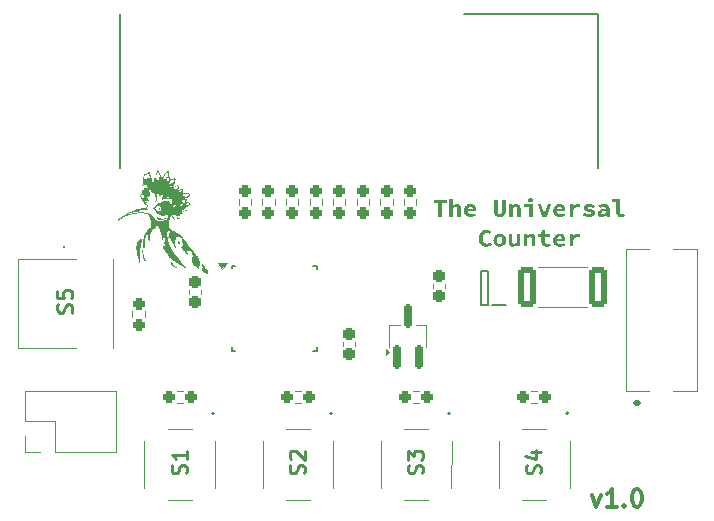
<source format=gto>
G04 #@! TF.GenerationSoftware,KiCad,Pcbnew,8.0.0*
G04 #@! TF.CreationDate,2024-09-20T11:38:47+02:00*
G04 #@! TF.ProjectId,counter-timer,636f756e-7465-4722-9d74-696d65722e6b,rev?*
G04 #@! TF.SameCoordinates,Original*
G04 #@! TF.FileFunction,Legend,Top*
G04 #@! TF.FilePolarity,Positive*
%FSLAX46Y46*%
G04 Gerber Fmt 4.6, Leading zero omitted, Abs format (unit mm)*
G04 Created by KiCad (PCBNEW 8.0.0) date 2024-09-20 11:38:47*
%MOMM*%
%LPD*%
G01*
G04 APERTURE LIST*
G04 Aperture macros list*
%AMRoundRect*
0 Rectangle with rounded corners*
0 $1 Rounding radius*
0 $2 $3 $4 $5 $6 $7 $8 $9 X,Y pos of 4 corners*
0 Add a 4 corners polygon primitive as box body*
4,1,4,$2,$3,$4,$5,$6,$7,$8,$9,$2,$3,0*
0 Add four circle primitives for the rounded corners*
1,1,$1+$1,$2,$3*
1,1,$1+$1,$4,$5*
1,1,$1+$1,$6,$7*
1,1,$1+$1,$8,$9*
0 Add four rect primitives between the rounded corners*
20,1,$1+$1,$2,$3,$4,$5,0*
20,1,$1+$1,$4,$5,$6,$7,0*
20,1,$1+$1,$6,$7,$8,$9,0*
20,1,$1+$1,$8,$9,$2,$3,0*%
G04 Aperture macros list end*
%ADD10C,0.300000*%
%ADD11C,0.200000*%
%ADD12C,0.254000*%
%ADD13C,0.500000*%
%ADD14C,0.100000*%
%ADD15C,0.120000*%
%ADD16C,0.150000*%
%ADD17C,0.000000*%
%ADD18C,2.200000*%
%ADD19C,1.447000*%
%ADD20C,2.070000*%
%ADD21C,1.500000*%
%ADD22C,1.950000*%
%ADD23C,1.540000*%
%ADD24RoundRect,0.162500X0.162500X-0.837500X0.162500X0.837500X-0.162500X0.837500X-0.162500X-0.837500X0*%
%ADD25R,1.200000X0.600000*%
%ADD26C,1.400000*%
%ADD27R,1.100000X1.100000*%
%ADD28C,1.100000*%
%ADD29RoundRect,0.237500X0.237500X-0.300000X0.237500X0.300000X-0.237500X0.300000X-0.237500X-0.300000X0*%
%ADD30R,1.600000X0.550000*%
%ADD31R,0.550000X1.600000*%
%ADD32R,1.700000X1.700000*%
%ADD33O,1.700000X1.700000*%
%ADD34RoundRect,0.237500X-0.250000X-0.237500X0.250000X-0.237500X0.250000X0.237500X-0.250000X0.237500X0*%
%ADD35RoundRect,0.237500X0.237500X-0.250000X0.237500X0.250000X-0.237500X0.250000X-0.237500X-0.250000X0*%
%ADD36RoundRect,0.237500X-0.237500X0.300000X-0.237500X-0.300000X0.237500X-0.300000X0.237500X0.300000X0*%
%ADD37RoundRect,0.249999X0.512501X1.425001X-0.512501X1.425001X-0.512501X-1.425001X0.512501X-1.425001X0*%
%ADD38C,1.995000*%
G04 APERTURE END LIST*
D10*
X93411653Y-67800828D02*
X93768796Y-68800828D01*
X93768796Y-68800828D02*
X94125939Y-67800828D01*
X95483082Y-68800828D02*
X94625939Y-68800828D01*
X95054510Y-68800828D02*
X95054510Y-67300828D01*
X95054510Y-67300828D02*
X94911653Y-67515114D01*
X94911653Y-67515114D02*
X94768796Y-67657971D01*
X94768796Y-67657971D02*
X94625939Y-67729400D01*
X96125938Y-68657971D02*
X96197367Y-68729400D01*
X96197367Y-68729400D02*
X96125938Y-68800828D01*
X96125938Y-68800828D02*
X96054510Y-68729400D01*
X96054510Y-68729400D02*
X96125938Y-68657971D01*
X96125938Y-68657971D02*
X96125938Y-68800828D01*
X97125939Y-67300828D02*
X97268796Y-67300828D01*
X97268796Y-67300828D02*
X97411653Y-67372257D01*
X97411653Y-67372257D02*
X97483082Y-67443685D01*
X97483082Y-67443685D02*
X97554510Y-67586542D01*
X97554510Y-67586542D02*
X97625939Y-67872257D01*
X97625939Y-67872257D02*
X97625939Y-68229400D01*
X97625939Y-68229400D02*
X97554510Y-68515114D01*
X97554510Y-68515114D02*
X97483082Y-68657971D01*
X97483082Y-68657971D02*
X97411653Y-68729400D01*
X97411653Y-68729400D02*
X97268796Y-68800828D01*
X97268796Y-68800828D02*
X97125939Y-68800828D01*
X97125939Y-68800828D02*
X96983082Y-68729400D01*
X96983082Y-68729400D02*
X96911653Y-68657971D01*
X96911653Y-68657971D02*
X96840224Y-68515114D01*
X96840224Y-68515114D02*
X96768796Y-68229400D01*
X96768796Y-68229400D02*
X96768796Y-67872257D01*
X96768796Y-67872257D02*
X96840224Y-67586542D01*
X96840224Y-67586542D02*
X96911653Y-67443685D01*
X96911653Y-67443685D02*
X96983082Y-67372257D01*
X96983082Y-67372257D02*
X97125939Y-67300828D01*
D11*
G36*
X80394627Y-44225000D02*
G01*
X80394627Y-43099528D01*
X79983200Y-43099528D01*
X79983200Y-42841608D01*
X81118196Y-42841608D01*
X81118196Y-43099528D01*
X80706769Y-43099528D01*
X80706769Y-44225000D01*
X80394627Y-44225000D01*
G37*
G36*
X81328489Y-44225000D02*
G01*
X81328489Y-42747819D01*
X81638433Y-42747819D01*
X81638433Y-43105757D01*
X81621581Y-43303593D01*
X81628175Y-43303593D01*
X81684625Y-43252403D01*
X81745708Y-43209640D01*
X81771424Y-43194417D01*
X81839894Y-43165171D01*
X81918359Y-43149423D01*
X81976221Y-43146423D01*
X82058859Y-43153590D01*
X82129453Y-43175091D01*
X82194475Y-43216413D01*
X82234508Y-43261095D01*
X82273824Y-43332321D01*
X82297970Y-43406922D01*
X82310758Y-43480914D01*
X82315762Y-43563039D01*
X82315841Y-43575436D01*
X82315841Y-44225000D01*
X82005897Y-44225000D01*
X82005897Y-43609874D01*
X82000274Y-43532507D01*
X81975951Y-43460165D01*
X81971825Y-43453803D01*
X81909085Y-43411299D01*
X81851657Y-43404344D01*
X81778585Y-43417510D01*
X81740649Y-43438049D01*
X81685046Y-43486104D01*
X81638433Y-43538066D01*
X81638433Y-44225000D01*
X81328489Y-44225000D01*
G37*
G36*
X83175199Y-43150882D02*
G01*
X83248074Y-43164259D01*
X83308688Y-43184159D01*
X83379218Y-43219358D01*
X83439589Y-43264232D01*
X83464027Y-43288206D01*
X83509552Y-43346136D01*
X83544919Y-43412167D01*
X83557816Y-43445376D01*
X83578453Y-43521501D01*
X83588164Y-43596385D01*
X83589690Y-43642114D01*
X83584860Y-43717526D01*
X83584194Y-43722348D01*
X83574669Y-43779501D01*
X82861724Y-43779501D01*
X82884345Y-43855417D01*
X82924428Y-43920659D01*
X82965039Y-43957554D01*
X83032014Y-43991935D01*
X83105357Y-44009511D01*
X83173866Y-44013974D01*
X83247990Y-44008597D01*
X83309787Y-43994923D01*
X83379745Y-43969925D01*
X83443877Y-43939968D01*
X83547558Y-44127180D01*
X83482841Y-44163155D01*
X83413623Y-44193502D01*
X83346790Y-44216207D01*
X83271956Y-44234562D01*
X83198073Y-44245298D01*
X83131734Y-44248447D01*
X83056794Y-44244833D01*
X82977914Y-44232511D01*
X82902757Y-44211444D01*
X82832838Y-44182108D01*
X82764264Y-44141219D01*
X82718109Y-44104466D01*
X82664322Y-44047399D01*
X82620015Y-43981161D01*
X82595743Y-43931908D01*
X82570505Y-43857754D01*
X82556651Y-43784482D01*
X82551457Y-43705627D01*
X82551413Y-43697435D01*
X82555814Y-43619218D01*
X82564992Y-43568475D01*
X82865754Y-43568475D01*
X83313085Y-43568475D01*
X83295308Y-43495385D01*
X83249887Y-43427791D01*
X83179079Y-43389872D01*
X83106455Y-43380896D01*
X83030921Y-43389802D01*
X82963065Y-43419109D01*
X82951117Y-43427424D01*
X82901341Y-43481408D01*
X82870426Y-43551111D01*
X82865754Y-43568475D01*
X82564992Y-43568475D01*
X82569016Y-43546224D01*
X82593704Y-43471964D01*
X82596476Y-43465526D01*
X82631302Y-43398516D01*
X82677489Y-43334004D01*
X82717743Y-43291503D01*
X82777987Y-43242989D01*
X82844413Y-43204057D01*
X82892132Y-43183426D01*
X82966802Y-43160877D01*
X83043532Y-43148736D01*
X83095831Y-43146423D01*
X83175199Y-43150882D01*
G37*
G36*
X85590405Y-44248447D02*
G01*
X85514327Y-44244958D01*
X85431346Y-44231563D01*
X85357432Y-44208122D01*
X85282659Y-44168076D01*
X85220228Y-44114355D01*
X85212317Y-44105565D01*
X85163924Y-44036775D01*
X85131904Y-43968073D01*
X85108617Y-43890381D01*
X85094062Y-43803699D01*
X85088605Y-43724596D01*
X85088119Y-43691207D01*
X85088119Y-42841608D01*
X85398064Y-42841608D01*
X85398064Y-43731507D01*
X85403562Y-43811304D01*
X85424236Y-43887303D01*
X85444592Y-43924214D01*
X85504309Y-43973948D01*
X85578200Y-43990267D01*
X85590405Y-43990526D01*
X85667071Y-43977834D01*
X85730475Y-43932244D01*
X85736584Y-43924214D01*
X85769142Y-43854691D01*
X85782537Y-43776793D01*
X85784212Y-43731507D01*
X85784212Y-42841608D01*
X86083898Y-42841608D01*
X86083898Y-43691207D01*
X86080937Y-43772807D01*
X86072055Y-43848164D01*
X86053581Y-43930351D01*
X86026580Y-44003548D01*
X85991053Y-44067755D01*
X85962631Y-44105565D01*
X85903371Y-44161239D01*
X85831699Y-44203238D01*
X85760386Y-44228354D01*
X85679955Y-44243424D01*
X85605963Y-44248307D01*
X85590405Y-44248447D01*
G37*
G36*
X86363800Y-44225000D02*
G01*
X86363800Y-43169870D01*
X86616958Y-43169870D01*
X86640039Y-43312020D01*
X86648465Y-43312020D01*
X86706799Y-43260095D01*
X86771663Y-43214458D01*
X86803803Y-43195516D01*
X86873750Y-43165600D01*
X86952250Y-43149491D01*
X87009334Y-43146423D01*
X87092040Y-43153590D01*
X87162840Y-43175091D01*
X87228258Y-43216413D01*
X87268720Y-43261095D01*
X87308567Y-43332321D01*
X87333039Y-43406922D01*
X87346000Y-43480914D01*
X87351071Y-43563039D01*
X87351152Y-43575436D01*
X87351152Y-44225000D01*
X87041207Y-44225000D01*
X87041207Y-43609874D01*
X87035584Y-43532507D01*
X87011261Y-43460165D01*
X87007136Y-43453803D01*
X86944396Y-43411299D01*
X86886968Y-43404344D01*
X86813896Y-43415936D01*
X86775960Y-43434019D01*
X86717125Y-43479720D01*
X86673744Y-43523046D01*
X86673744Y-44225000D01*
X86363800Y-44225000D01*
G37*
G36*
X88057136Y-44225000D02*
G01*
X88057136Y-43404344D01*
X87637282Y-43404344D01*
X87637282Y-43169870D01*
X88367446Y-43169870D01*
X88367446Y-44225000D01*
X88057136Y-44225000D01*
G37*
G36*
X88198552Y-43005739D02*
G01*
X88125362Y-42996202D01*
X88057173Y-42961947D01*
X88049808Y-42955914D01*
X88004642Y-42893048D01*
X87991923Y-42821092D01*
X88004642Y-42748754D01*
X88046247Y-42687033D01*
X88049808Y-42683705D01*
X88115937Y-42643863D01*
X88192906Y-42630634D01*
X88198552Y-42630582D01*
X88271742Y-42640750D01*
X88339932Y-42677272D01*
X88347296Y-42683705D01*
X88390710Y-42744430D01*
X88405182Y-42821092D01*
X88390710Y-42897295D01*
X88347296Y-42955914D01*
X88281167Y-42993283D01*
X88204199Y-43005691D01*
X88198552Y-43005739D01*
G37*
G36*
X89189567Y-44225000D02*
G01*
X88794993Y-43169870D01*
X89107136Y-43169870D01*
X89271633Y-43667759D01*
X89293332Y-43738355D01*
X89314189Y-43809090D01*
X89319993Y-43829326D01*
X89340510Y-43900522D01*
X89361026Y-43972420D01*
X89366888Y-43993091D01*
X89375314Y-43993091D01*
X89395300Y-43920993D01*
X89414864Y-43849596D01*
X89420377Y-43829326D01*
X89440493Y-43758551D01*
X89461730Y-43687915D01*
X89468004Y-43667759D01*
X89632502Y-43169870D01*
X89929990Y-43169870D01*
X89546040Y-44225000D01*
X89189567Y-44225000D01*
G37*
G36*
X90728165Y-43150882D02*
G01*
X90801039Y-43164259D01*
X90861654Y-43184159D01*
X90932183Y-43219358D01*
X90992555Y-43264232D01*
X91016992Y-43288206D01*
X91062518Y-43346136D01*
X91097885Y-43412167D01*
X91110782Y-43445376D01*
X91131419Y-43521501D01*
X91141130Y-43596385D01*
X91142655Y-43642114D01*
X91137825Y-43717526D01*
X91137160Y-43722348D01*
X91127634Y-43779501D01*
X90414690Y-43779501D01*
X90437311Y-43855417D01*
X90477394Y-43920659D01*
X90518004Y-43957554D01*
X90584980Y-43991935D01*
X90658323Y-44009511D01*
X90726832Y-44013974D01*
X90800956Y-44008597D01*
X90862753Y-43994923D01*
X90932711Y-43969925D01*
X90996842Y-43939968D01*
X91100524Y-44127180D01*
X91035807Y-44163155D01*
X90966589Y-44193502D01*
X90899756Y-44216207D01*
X90824921Y-44234562D01*
X90751039Y-44245298D01*
X90684700Y-44248447D01*
X90609760Y-44244833D01*
X90530880Y-44232511D01*
X90455722Y-44211444D01*
X90385803Y-44182108D01*
X90317230Y-44141219D01*
X90271075Y-44104466D01*
X90217288Y-44047399D01*
X90172981Y-43981161D01*
X90148709Y-43931908D01*
X90123470Y-43857754D01*
X90109617Y-43784482D01*
X90104422Y-43705627D01*
X90104379Y-43697435D01*
X90108780Y-43619218D01*
X90117958Y-43568475D01*
X90418720Y-43568475D01*
X90866050Y-43568475D01*
X90848274Y-43495385D01*
X90802853Y-43427791D01*
X90732045Y-43389872D01*
X90659421Y-43380896D01*
X90583887Y-43389802D01*
X90516031Y-43419109D01*
X90504082Y-43427424D01*
X90454307Y-43481408D01*
X90423392Y-43551111D01*
X90418720Y-43568475D01*
X90117958Y-43568475D01*
X90121982Y-43546224D01*
X90146669Y-43471964D01*
X90149442Y-43465526D01*
X90184268Y-43398516D01*
X90230455Y-43334004D01*
X90270708Y-43291503D01*
X90330952Y-43242989D01*
X90397379Y-43204057D01*
X90445098Y-43183426D01*
X90519767Y-43160877D01*
X90596498Y-43148736D01*
X90648796Y-43146423D01*
X90728165Y-43150882D01*
G37*
G36*
X91491801Y-44225000D02*
G01*
X91491801Y-43169870D01*
X91744958Y-43169870D01*
X91770237Y-43399581D01*
X91776832Y-43399581D01*
X91823219Y-43332492D01*
X91874591Y-43275894D01*
X91937517Y-43225312D01*
X91964410Y-43208705D01*
X92034750Y-43175861D01*
X92108380Y-43155181D01*
X92185302Y-43146666D01*
X92201082Y-43146423D01*
X92274443Y-43150298D01*
X92313922Y-43157414D01*
X92386107Y-43182288D01*
X92403315Y-43190020D01*
X92340300Y-43457466D01*
X92267408Y-43438136D01*
X92252373Y-43435118D01*
X92179395Y-43428141D01*
X92154554Y-43427791D01*
X92076154Y-43437102D01*
X92004645Y-43462227D01*
X91963311Y-43484211D01*
X91901948Y-43532913D01*
X91851573Y-43594394D01*
X91810640Y-43663737D01*
X91802111Y-43680949D01*
X91802111Y-44225000D01*
X91491801Y-44225000D01*
G37*
G36*
X93130548Y-44248447D02*
G01*
X93051494Y-44244708D01*
X92973425Y-44233493D01*
X92896341Y-44214801D01*
X92853943Y-44201186D01*
X92780743Y-44172892D01*
X92712817Y-44141178D01*
X92643530Y-44101930D01*
X92617638Y-44085048D01*
X92750628Y-43889410D01*
X92818371Y-43928010D01*
X92888105Y-43959683D01*
X92953228Y-43982466D01*
X93026763Y-44000405D01*
X93102291Y-44010897D01*
X93172680Y-44013974D01*
X93247510Y-44007745D01*
X93299075Y-43989061D01*
X93339376Y-43926413D01*
X93327652Y-43889043D01*
X93287718Y-43858635D01*
X93217870Y-43834969D01*
X93208584Y-43832623D01*
X93135368Y-43815336D01*
X93081821Y-43803314D01*
X93006212Y-43784707D01*
X92928647Y-43760068D01*
X92854040Y-43728046D01*
X92788007Y-43687094D01*
X92775907Y-43677285D01*
X92723135Y-43617476D01*
X92692269Y-43547364D01*
X92683217Y-43474685D01*
X92692730Y-43401285D01*
X92716923Y-43341329D01*
X92760800Y-43281413D01*
X92812910Y-43237648D01*
X92877095Y-43201831D01*
X92947460Y-43175664D01*
X92963852Y-43170969D01*
X93039698Y-43155077D01*
X93116471Y-43147598D01*
X93164253Y-43146423D01*
X93241714Y-43150075D01*
X93315001Y-43161029D01*
X93391537Y-43181766D01*
X93420708Y-43192585D01*
X93489423Y-43222188D01*
X93557654Y-43256486D01*
X93618179Y-43292602D01*
X93478594Y-43479815D01*
X93412376Y-43444331D01*
X93344103Y-43416466D01*
X93311898Y-43406175D01*
X93235823Y-43388895D01*
X93158907Y-43381291D01*
X93136776Y-43380896D01*
X93062633Y-43389033D01*
X93027233Y-43403977D01*
X92991330Y-43462229D01*
X93036162Y-43520789D01*
X93045918Y-43524511D01*
X93120381Y-43545852D01*
X93194208Y-43563605D01*
X93233863Y-43572505D01*
X93305225Y-43590107D01*
X93380375Y-43612364D01*
X93434264Y-43631856D01*
X93502077Y-43663589D01*
X93561026Y-43704030D01*
X93610103Y-43761176D01*
X93626239Y-43794888D01*
X93643039Y-43867249D01*
X93645290Y-43909560D01*
X93635777Y-43982960D01*
X93611584Y-44042916D01*
X93567087Y-44103763D01*
X93513399Y-44149895D01*
X93446288Y-44188379D01*
X93376796Y-44215090D01*
X93353297Y-44222069D01*
X93276979Y-44238143D01*
X93199417Y-44246360D01*
X93130548Y-44248447D01*
G37*
G36*
X94499919Y-43150532D02*
G01*
X94572437Y-43162858D01*
X94648805Y-43187624D01*
X94716303Y-43223576D01*
X94767097Y-43263293D01*
X94816490Y-43320277D01*
X94853751Y-43389287D01*
X94878880Y-43470323D01*
X94890764Y-43549355D01*
X94893859Y-43621964D01*
X94893859Y-44225000D01*
X94640335Y-44225000D01*
X94617254Y-44104466D01*
X94608828Y-44104466D01*
X94546592Y-44147794D01*
X94480234Y-44185455D01*
X94433706Y-44207414D01*
X94361612Y-44232418D01*
X94287664Y-44245882D01*
X94237334Y-44248447D01*
X94161314Y-44242402D01*
X94093720Y-44224267D01*
X94025477Y-44188402D01*
X93986375Y-44156123D01*
X93938690Y-44096331D01*
X93917498Y-44055373D01*
X93897309Y-43983323D01*
X93893318Y-43929710D01*
X93895126Y-43911392D01*
X94191172Y-43911392D01*
X94218819Y-43980499D01*
X94230007Y-43989061D01*
X94300932Y-44012003D01*
X94336619Y-44013974D01*
X94412263Y-44004700D01*
X94467411Y-43984665D01*
X94534271Y-43946875D01*
X94583549Y-43911392D01*
X94583549Y-43732606D01*
X94508423Y-43738179D01*
X94431805Y-43747444D01*
X94391207Y-43754588D01*
X94319522Y-43772822D01*
X94271040Y-43792690D01*
X94213658Y-43838611D01*
X94208758Y-43846179D01*
X94191172Y-43911392D01*
X93895126Y-43911392D01*
X93900611Y-43855839D01*
X93924611Y-43786341D01*
X93931420Y-43773639D01*
X93977042Y-43715292D01*
X94037489Y-43668970D01*
X94052687Y-43660066D01*
X94121981Y-43627471D01*
X94197178Y-43602118D01*
X94267010Y-43584595D01*
X94344927Y-43569763D01*
X94421486Y-43559013D01*
X94504914Y-43550552D01*
X94583549Y-43545027D01*
X94561774Y-43472223D01*
X94521267Y-43424127D01*
X94453947Y-43391704D01*
X94379423Y-43381276D01*
X94359700Y-43380896D01*
X94283496Y-43387491D01*
X94211390Y-43405652D01*
X94206560Y-43407274D01*
X94137066Y-43433791D01*
X94068644Y-43464568D01*
X94041330Y-43477983D01*
X93931420Y-43280512D01*
X94000278Y-43246266D01*
X94072213Y-43215883D01*
X94147225Y-43189365D01*
X94162596Y-43184525D01*
X94240871Y-43164432D01*
X94313214Y-43152711D01*
X94387355Y-43147018D01*
X94420883Y-43146423D01*
X94499919Y-43150532D01*
G37*
G36*
X95857031Y-44248447D02*
G01*
X95774998Y-44242819D01*
X95702326Y-44225937D01*
X95630736Y-44192861D01*
X95571374Y-44145085D01*
X95558444Y-44130844D01*
X95514686Y-44066639D01*
X95483431Y-43991992D01*
X95466338Y-43918111D01*
X95458817Y-43836235D01*
X95458427Y-43811374D01*
X95458427Y-42982292D01*
X95129065Y-42982292D01*
X95129065Y-42747819D01*
X95768371Y-42747819D01*
X95768371Y-43841416D01*
X95778749Y-43914987D01*
X95781926Y-43923482D01*
X95820028Y-43976605D01*
X95874983Y-44005547D01*
X95939463Y-44013974D01*
X96014201Y-44006646D01*
X96086873Y-43985839D01*
X96101762Y-43980268D01*
X96171371Y-44195324D01*
X96100122Y-44215069D01*
X96093336Y-44216939D01*
X96021528Y-44233426D01*
X95948205Y-44244162D01*
X95945691Y-44244417D01*
X95872043Y-44248348D01*
X95857031Y-44248447D01*
G37*
G36*
X84445517Y-46768447D02*
G01*
X84366276Y-46764010D01*
X84289755Y-46750701D01*
X84215952Y-46728519D01*
X84201518Y-46723018D01*
X84132302Y-46690403D01*
X84068453Y-46649344D01*
X84009971Y-46599842D01*
X83998919Y-46588928D01*
X83947699Y-46529065D01*
X83903492Y-46460758D01*
X83869701Y-46392063D01*
X83859700Y-46367644D01*
X83834729Y-46289975D01*
X83819393Y-46215437D01*
X83810515Y-46135724D01*
X83808043Y-46061730D01*
X83811203Y-45978336D01*
X83820682Y-45899614D01*
X83836482Y-45825563D01*
X83858601Y-45756182D01*
X83890202Y-45683826D01*
X83927715Y-45618019D01*
X83971140Y-45558761D01*
X83997819Y-45528670D01*
X84056309Y-45474839D01*
X84120952Y-45429666D01*
X84191749Y-45393151D01*
X84206647Y-45386887D01*
X84283591Y-45361192D01*
X84355593Y-45346202D01*
X84430204Y-45338922D01*
X84464201Y-45338161D01*
X84543671Y-45343241D01*
X84618131Y-45358482D01*
X84687583Y-45383885D01*
X84700873Y-45390184D01*
X84769170Y-45427257D01*
X84833999Y-45471255D01*
X84875995Y-45506688D01*
X84704903Y-45695366D01*
X84643988Y-45648665D01*
X84598291Y-45623558D01*
X84527373Y-45601340D01*
X84464201Y-45596081D01*
X84389475Y-45604973D01*
X84329379Y-45627588D01*
X84265533Y-45671612D01*
X84222767Y-45717714D01*
X84182375Y-45782561D01*
X84153658Y-45855333D01*
X84152059Y-45860596D01*
X84135692Y-45932688D01*
X84127989Y-46005675D01*
X84126780Y-46051106D01*
X84130193Y-46129674D01*
X84142803Y-46212611D01*
X84164704Y-46286151D01*
X84201112Y-46358691D01*
X84223866Y-46390359D01*
X84276096Y-46442932D01*
X84343668Y-46484122D01*
X84420571Y-46506302D01*
X84477024Y-46510526D01*
X84552243Y-46501014D01*
X84612945Y-46476821D01*
X84675914Y-46434829D01*
X84726152Y-46388161D01*
X84896877Y-46573541D01*
X84840842Y-46629691D01*
X84779440Y-46676323D01*
X84712672Y-46713439D01*
X84640537Y-46741038D01*
X84563035Y-46759120D01*
X84480167Y-46767685D01*
X84445517Y-46768447D01*
G37*
G36*
X85662464Y-45671627D02*
G01*
X85736859Y-45687237D01*
X85785311Y-45703426D01*
X85854313Y-45735815D01*
X85917339Y-45777477D01*
X85956037Y-45810404D01*
X86008037Y-45867523D01*
X86051383Y-45933915D01*
X86075471Y-45983328D01*
X86100710Y-46057273D01*
X86114563Y-46130432D01*
X86119758Y-46209243D01*
X86119801Y-46217435D01*
X86115472Y-46296847D01*
X86102485Y-46370678D01*
X86078199Y-46445446D01*
X86075471Y-46451908D01*
X86041358Y-46518580D01*
X85995849Y-46582525D01*
X85956037Y-46624466D01*
X85896995Y-46672311D01*
X85831976Y-46710882D01*
X85785311Y-46731444D01*
X85712290Y-46753993D01*
X85637208Y-46766134D01*
X85586009Y-46768447D01*
X85509553Y-46763243D01*
X85435158Y-46747633D01*
X85386706Y-46731444D01*
X85317652Y-46699055D01*
X85254472Y-46657393D01*
X85215614Y-46624466D01*
X85163837Y-46567399D01*
X85120611Y-46501161D01*
X85096546Y-46451908D01*
X85071307Y-46377754D01*
X85057454Y-46304482D01*
X85052259Y-46225627D01*
X85052216Y-46217435D01*
X85370586Y-46217435D01*
X85374846Y-46294673D01*
X85389573Y-46369277D01*
X85417920Y-46437704D01*
X85424442Y-46448611D01*
X85477088Y-46503880D01*
X85547510Y-46530973D01*
X85586009Y-46533974D01*
X85659218Y-46521970D01*
X85721436Y-46481872D01*
X85747575Y-46448611D01*
X85780393Y-46376088D01*
X85796171Y-46302665D01*
X85801378Y-46226489D01*
X85801431Y-46217435D01*
X85797171Y-46140197D01*
X85782445Y-46065593D01*
X85754097Y-45997166D01*
X85747575Y-45986259D01*
X85694929Y-45930990D01*
X85624507Y-45903897D01*
X85586009Y-45900896D01*
X85512799Y-45912900D01*
X85450581Y-45952998D01*
X85424442Y-45986259D01*
X85391624Y-46058782D01*
X85375846Y-46132205D01*
X85370639Y-46208381D01*
X85370586Y-46217435D01*
X85052216Y-46217435D01*
X85056545Y-46138058D01*
X85069532Y-46064335D01*
X85093819Y-45989768D01*
X85096546Y-45983328D01*
X85130616Y-45916447D01*
X85175979Y-45852374D01*
X85215614Y-45810404D01*
X85274879Y-45762559D01*
X85340018Y-45723988D01*
X85386706Y-45703426D01*
X85459727Y-45680877D01*
X85534809Y-45668736D01*
X85586009Y-45666423D01*
X85662464Y-45671627D01*
G37*
G36*
X86682170Y-46768447D02*
G01*
X86608525Y-46762960D01*
X86535950Y-46743250D01*
X86469084Y-46703944D01*
X86422785Y-46653775D01*
X86384000Y-46582548D01*
X86360180Y-46507948D01*
X86347565Y-46433956D01*
X86342629Y-46351831D01*
X86342551Y-46339434D01*
X86342551Y-45689870D01*
X86652861Y-45689870D01*
X86652861Y-46304996D01*
X86658061Y-46382423D01*
X86680553Y-46455026D01*
X86684369Y-46461434D01*
X86746393Y-46503623D01*
X86804903Y-46510526D01*
X86879599Y-46497712D01*
X86909316Y-46483415D01*
X86966492Y-46434125D01*
X87009334Y-46381200D01*
X87009334Y-45689870D01*
X87319644Y-45689870D01*
X87319644Y-46745000D01*
X87066487Y-46745000D01*
X87043039Y-46592226D01*
X87034613Y-46592226D01*
X86980345Y-46648090D01*
X86921956Y-46694785D01*
X86880740Y-46720819D01*
X86813317Y-46749842D01*
X86737446Y-46765470D01*
X86682170Y-46768447D01*
G37*
G36*
X87622628Y-46745000D02*
G01*
X87622628Y-45689870D01*
X87875785Y-45689870D01*
X87898866Y-45832020D01*
X87907293Y-45832020D01*
X87965627Y-45780095D01*
X88030491Y-45734458D01*
X88062631Y-45715516D01*
X88132578Y-45685600D01*
X88211077Y-45669491D01*
X88268161Y-45666423D01*
X88350868Y-45673590D01*
X88421668Y-45695091D01*
X88487086Y-45736413D01*
X88527547Y-45781095D01*
X88567395Y-45852321D01*
X88591867Y-45926922D01*
X88604827Y-46000914D01*
X88609899Y-46083039D01*
X88609979Y-46095436D01*
X88609979Y-46745000D01*
X88300035Y-46745000D01*
X88300035Y-46129874D01*
X88294412Y-46052507D01*
X88270089Y-45980165D01*
X88265963Y-45973803D01*
X88203223Y-45931299D01*
X88145796Y-45924344D01*
X88072723Y-45935936D01*
X88034787Y-45954019D01*
X87975953Y-45999720D01*
X87932572Y-46043046D01*
X87932572Y-46745000D01*
X87622628Y-46745000D01*
G37*
G36*
X89548238Y-46768447D02*
G01*
X89474107Y-46765084D01*
X89401157Y-46753616D01*
X89337212Y-46734009D01*
X89267799Y-46698756D01*
X89207279Y-46649624D01*
X89196895Y-46638387D01*
X89153087Y-46575635D01*
X89124256Y-46507334D01*
X89119592Y-46491475D01*
X89104648Y-46418379D01*
X89097615Y-46345323D01*
X89096511Y-46300233D01*
X89096511Y-45924344D01*
X88832729Y-45924344D01*
X88832729Y-45701960D01*
X89111532Y-45689870D01*
X89151466Y-45361608D01*
X89406822Y-45361608D01*
X89406822Y-45689870D01*
X89850122Y-45689870D01*
X89850122Y-45924344D01*
X89406822Y-45924344D01*
X89406822Y-46305729D01*
X89413055Y-46383169D01*
X89439022Y-46456559D01*
X89459578Y-46482683D01*
X89522964Y-46519498D01*
X89600428Y-46533172D01*
X89628472Y-46533974D01*
X89701787Y-46529398D01*
X89736916Y-46523349D01*
X89810830Y-46503909D01*
X89835101Y-46495872D01*
X89890056Y-46713492D01*
X89816966Y-46732909D01*
X89742123Y-46749782D01*
X89736916Y-46750861D01*
X89659869Y-46762883D01*
X89580665Y-46768017D01*
X89548238Y-46768447D01*
G37*
G36*
X90728165Y-45670882D02*
G01*
X90801039Y-45684259D01*
X90861654Y-45704159D01*
X90932184Y-45739358D01*
X90992555Y-45784232D01*
X91016993Y-45808206D01*
X91062518Y-45866136D01*
X91097885Y-45932167D01*
X91110782Y-45965376D01*
X91131419Y-46041501D01*
X91141130Y-46116385D01*
X91142655Y-46162114D01*
X91137825Y-46237526D01*
X91137160Y-46242348D01*
X91127635Y-46299501D01*
X90414690Y-46299501D01*
X90437311Y-46375417D01*
X90477394Y-46440659D01*
X90518004Y-46477554D01*
X90584980Y-46511935D01*
X90658323Y-46529511D01*
X90726832Y-46533974D01*
X90800956Y-46528597D01*
X90862753Y-46514923D01*
X90932711Y-46489925D01*
X90996843Y-46459968D01*
X91100524Y-46647180D01*
X91035807Y-46683155D01*
X90966589Y-46713502D01*
X90899756Y-46736207D01*
X90824921Y-46754562D01*
X90751039Y-46765298D01*
X90684700Y-46768447D01*
X90609760Y-46764833D01*
X90530880Y-46752511D01*
X90455722Y-46731444D01*
X90385803Y-46702108D01*
X90317230Y-46661219D01*
X90271075Y-46624466D01*
X90217288Y-46567399D01*
X90172981Y-46501161D01*
X90148709Y-46451908D01*
X90123471Y-46377754D01*
X90109617Y-46304482D01*
X90104422Y-46225627D01*
X90104379Y-46217435D01*
X90108780Y-46139218D01*
X90117958Y-46088475D01*
X90418720Y-46088475D01*
X90866050Y-46088475D01*
X90848274Y-46015385D01*
X90802853Y-45947791D01*
X90732045Y-45909872D01*
X90659421Y-45900896D01*
X90583887Y-45909802D01*
X90516031Y-45939109D01*
X90504083Y-45947424D01*
X90454307Y-46001408D01*
X90423392Y-46071111D01*
X90418720Y-46088475D01*
X90117958Y-46088475D01*
X90121982Y-46066224D01*
X90146670Y-45991964D01*
X90149442Y-45985526D01*
X90184268Y-45918516D01*
X90230455Y-45854004D01*
X90270709Y-45811503D01*
X90330953Y-45762989D01*
X90397379Y-45724057D01*
X90445098Y-45703426D01*
X90519768Y-45680877D01*
X90596498Y-45668736D01*
X90648796Y-45666423D01*
X90728165Y-45670882D01*
G37*
G36*
X91491801Y-46745000D02*
G01*
X91491801Y-45689870D01*
X91744958Y-45689870D01*
X91770237Y-45919581D01*
X91776832Y-45919581D01*
X91823219Y-45852492D01*
X91874591Y-45795894D01*
X91937517Y-45745312D01*
X91964411Y-45728705D01*
X92034750Y-45695861D01*
X92108380Y-45675181D01*
X92185302Y-45666666D01*
X92201082Y-45666423D01*
X92274443Y-45670298D01*
X92313922Y-45677414D01*
X92386107Y-45702288D01*
X92403315Y-45710020D01*
X92340300Y-45977466D01*
X92267408Y-45958136D01*
X92252373Y-45955118D01*
X92179395Y-45948141D01*
X92154554Y-45947791D01*
X92076155Y-45957102D01*
X92004645Y-45982227D01*
X91963311Y-46004211D01*
X91901948Y-46052913D01*
X91851573Y-46114394D01*
X91810641Y-46183737D01*
X91802111Y-46200949D01*
X91802111Y-46745000D01*
X91491801Y-46745000D01*
G37*
D12*
X49326342Y-52367119D02*
X49386818Y-52185690D01*
X49386818Y-52185690D02*
X49386818Y-51883309D01*
X49386818Y-51883309D02*
X49326342Y-51762357D01*
X49326342Y-51762357D02*
X49265865Y-51701881D01*
X49265865Y-51701881D02*
X49144913Y-51641404D01*
X49144913Y-51641404D02*
X49023961Y-51641404D01*
X49023961Y-51641404D02*
X48903008Y-51701881D01*
X48903008Y-51701881D02*
X48842532Y-51762357D01*
X48842532Y-51762357D02*
X48782056Y-51883309D01*
X48782056Y-51883309D02*
X48721580Y-52125214D01*
X48721580Y-52125214D02*
X48661103Y-52246166D01*
X48661103Y-52246166D02*
X48600627Y-52306643D01*
X48600627Y-52306643D02*
X48479675Y-52367119D01*
X48479675Y-52367119D02*
X48358722Y-52367119D01*
X48358722Y-52367119D02*
X48237770Y-52306643D01*
X48237770Y-52306643D02*
X48177294Y-52246166D01*
X48177294Y-52246166D02*
X48116818Y-52125214D01*
X48116818Y-52125214D02*
X48116818Y-51822833D01*
X48116818Y-51822833D02*
X48177294Y-51641404D01*
X48116818Y-50492357D02*
X48116818Y-51097119D01*
X48116818Y-51097119D02*
X48721580Y-51157595D01*
X48721580Y-51157595D02*
X48661103Y-51097119D01*
X48661103Y-51097119D02*
X48600627Y-50976166D01*
X48600627Y-50976166D02*
X48600627Y-50673785D01*
X48600627Y-50673785D02*
X48661103Y-50552833D01*
X48661103Y-50552833D02*
X48721580Y-50492357D01*
X48721580Y-50492357D02*
X48842532Y-50431880D01*
X48842532Y-50431880D02*
X49144913Y-50431880D01*
X49144913Y-50431880D02*
X49265865Y-50492357D01*
X49265865Y-50492357D02*
X49326342Y-50552833D01*
X49326342Y-50552833D02*
X49386818Y-50673785D01*
X49386818Y-50673785D02*
X49386818Y-50976166D01*
X49386818Y-50976166D02*
X49326342Y-51097119D01*
X49326342Y-51097119D02*
X49265865Y-51157595D01*
X89013842Y-65967619D02*
X89074318Y-65786190D01*
X89074318Y-65786190D02*
X89074318Y-65483809D01*
X89074318Y-65483809D02*
X89013842Y-65362857D01*
X89013842Y-65362857D02*
X88953365Y-65302381D01*
X88953365Y-65302381D02*
X88832413Y-65241904D01*
X88832413Y-65241904D02*
X88711461Y-65241904D01*
X88711461Y-65241904D02*
X88590508Y-65302381D01*
X88590508Y-65302381D02*
X88530032Y-65362857D01*
X88530032Y-65362857D02*
X88469556Y-65483809D01*
X88469556Y-65483809D02*
X88409080Y-65725714D01*
X88409080Y-65725714D02*
X88348603Y-65846666D01*
X88348603Y-65846666D02*
X88288127Y-65907143D01*
X88288127Y-65907143D02*
X88167175Y-65967619D01*
X88167175Y-65967619D02*
X88046222Y-65967619D01*
X88046222Y-65967619D02*
X87925270Y-65907143D01*
X87925270Y-65907143D02*
X87864794Y-65846666D01*
X87864794Y-65846666D02*
X87804318Y-65725714D01*
X87804318Y-65725714D02*
X87804318Y-65423333D01*
X87804318Y-65423333D02*
X87864794Y-65241904D01*
X88227651Y-64153333D02*
X89074318Y-64153333D01*
X87743842Y-64455714D02*
X88650984Y-64758095D01*
X88650984Y-64758095D02*
X88650984Y-63971904D01*
X79013842Y-65967619D02*
X79074318Y-65786190D01*
X79074318Y-65786190D02*
X79074318Y-65483809D01*
X79074318Y-65483809D02*
X79013842Y-65362857D01*
X79013842Y-65362857D02*
X78953365Y-65302381D01*
X78953365Y-65302381D02*
X78832413Y-65241904D01*
X78832413Y-65241904D02*
X78711461Y-65241904D01*
X78711461Y-65241904D02*
X78590508Y-65302381D01*
X78590508Y-65302381D02*
X78530032Y-65362857D01*
X78530032Y-65362857D02*
X78469556Y-65483809D01*
X78469556Y-65483809D02*
X78409080Y-65725714D01*
X78409080Y-65725714D02*
X78348603Y-65846666D01*
X78348603Y-65846666D02*
X78288127Y-65907143D01*
X78288127Y-65907143D02*
X78167175Y-65967619D01*
X78167175Y-65967619D02*
X78046222Y-65967619D01*
X78046222Y-65967619D02*
X77925270Y-65907143D01*
X77925270Y-65907143D02*
X77864794Y-65846666D01*
X77864794Y-65846666D02*
X77804318Y-65725714D01*
X77804318Y-65725714D02*
X77804318Y-65423333D01*
X77804318Y-65423333D02*
X77864794Y-65241904D01*
X77804318Y-64818571D02*
X77804318Y-64032380D01*
X77804318Y-64032380D02*
X78288127Y-64455714D01*
X78288127Y-64455714D02*
X78288127Y-64274285D01*
X78288127Y-64274285D02*
X78348603Y-64153333D01*
X78348603Y-64153333D02*
X78409080Y-64092857D01*
X78409080Y-64092857D02*
X78530032Y-64032380D01*
X78530032Y-64032380D02*
X78832413Y-64032380D01*
X78832413Y-64032380D02*
X78953365Y-64092857D01*
X78953365Y-64092857D02*
X79013842Y-64153333D01*
X79013842Y-64153333D02*
X79074318Y-64274285D01*
X79074318Y-64274285D02*
X79074318Y-64637142D01*
X79074318Y-64637142D02*
X79013842Y-64758095D01*
X79013842Y-64758095D02*
X78953365Y-64818571D01*
X69013842Y-65967619D02*
X69074318Y-65786190D01*
X69074318Y-65786190D02*
X69074318Y-65483809D01*
X69074318Y-65483809D02*
X69013842Y-65362857D01*
X69013842Y-65362857D02*
X68953365Y-65302381D01*
X68953365Y-65302381D02*
X68832413Y-65241904D01*
X68832413Y-65241904D02*
X68711461Y-65241904D01*
X68711461Y-65241904D02*
X68590508Y-65302381D01*
X68590508Y-65302381D02*
X68530032Y-65362857D01*
X68530032Y-65362857D02*
X68469556Y-65483809D01*
X68469556Y-65483809D02*
X68409080Y-65725714D01*
X68409080Y-65725714D02*
X68348603Y-65846666D01*
X68348603Y-65846666D02*
X68288127Y-65907143D01*
X68288127Y-65907143D02*
X68167175Y-65967619D01*
X68167175Y-65967619D02*
X68046222Y-65967619D01*
X68046222Y-65967619D02*
X67925270Y-65907143D01*
X67925270Y-65907143D02*
X67864794Y-65846666D01*
X67864794Y-65846666D02*
X67804318Y-65725714D01*
X67804318Y-65725714D02*
X67804318Y-65423333D01*
X67804318Y-65423333D02*
X67864794Y-65241904D01*
X67925270Y-64758095D02*
X67864794Y-64697619D01*
X67864794Y-64697619D02*
X67804318Y-64576666D01*
X67804318Y-64576666D02*
X67804318Y-64274285D01*
X67804318Y-64274285D02*
X67864794Y-64153333D01*
X67864794Y-64153333D02*
X67925270Y-64092857D01*
X67925270Y-64092857D02*
X68046222Y-64032380D01*
X68046222Y-64032380D02*
X68167175Y-64032380D01*
X68167175Y-64032380D02*
X68348603Y-64092857D01*
X68348603Y-64092857D02*
X69074318Y-64818571D01*
X69074318Y-64818571D02*
X69074318Y-64032380D01*
X59013842Y-65967619D02*
X59074318Y-65786190D01*
X59074318Y-65786190D02*
X59074318Y-65483809D01*
X59074318Y-65483809D02*
X59013842Y-65362857D01*
X59013842Y-65362857D02*
X58953365Y-65302381D01*
X58953365Y-65302381D02*
X58832413Y-65241904D01*
X58832413Y-65241904D02*
X58711461Y-65241904D01*
X58711461Y-65241904D02*
X58590508Y-65302381D01*
X58590508Y-65302381D02*
X58530032Y-65362857D01*
X58530032Y-65362857D02*
X58469556Y-65483809D01*
X58469556Y-65483809D02*
X58409080Y-65725714D01*
X58409080Y-65725714D02*
X58348603Y-65846666D01*
X58348603Y-65846666D02*
X58288127Y-65907143D01*
X58288127Y-65907143D02*
X58167175Y-65967619D01*
X58167175Y-65967619D02*
X58046222Y-65967619D01*
X58046222Y-65967619D02*
X57925270Y-65907143D01*
X57925270Y-65907143D02*
X57864794Y-65846666D01*
X57864794Y-65846666D02*
X57804318Y-65725714D01*
X57804318Y-65725714D02*
X57804318Y-65423333D01*
X57804318Y-65423333D02*
X57864794Y-65241904D01*
X59074318Y-64032380D02*
X59074318Y-64758095D01*
X59074318Y-64395238D02*
X57804318Y-64395238D01*
X57804318Y-64395238D02*
X57985746Y-64516190D01*
X57985746Y-64516190D02*
X58106699Y-64637142D01*
X58106699Y-64637142D02*
X58167175Y-64758095D01*
D13*
X97150000Y-60000000D02*
X97150000Y-60000000D01*
X97250000Y-60000000D02*
X97250000Y-60000000D01*
D14*
X96250000Y-59000000D02*
X96250000Y-47000000D01*
X98250000Y-59000000D02*
X96250000Y-59000000D01*
X100250000Y-59000000D02*
X102250000Y-59000000D01*
X102250000Y-59000000D02*
X102250000Y-47000000D01*
X96250000Y-47000000D02*
X98250000Y-47000000D01*
X100250000Y-47000000D02*
X102250000Y-47000000D01*
D13*
X97150000Y-60000000D02*
G75*
G02*
X97250000Y-60000000I50000J0D01*
G01*
X97250000Y-60000000D02*
G75*
G02*
X97150000Y-60000000I-50000J0D01*
G01*
D14*
X48662500Y-46737500D02*
X48662500Y-46737500D01*
X48662500Y-46837500D02*
X48662500Y-46837500D01*
X52862500Y-47837500D02*
X52862500Y-55337500D01*
X49712500Y-47837500D02*
X44762500Y-47837500D01*
X44762500Y-47837500D02*
X44762500Y-55337500D01*
X44762500Y-55337500D02*
X49712500Y-55337500D01*
X48662500Y-46737500D02*
G75*
G02*
X48662500Y-46837500I0J-50000D01*
G01*
X48662500Y-46837500D02*
G75*
G02*
X48662500Y-46737500I0J50000D01*
G01*
X87500000Y-68185000D02*
X89500000Y-68190000D01*
X85505000Y-67190000D02*
X85505000Y-63190000D01*
X91495000Y-67190000D02*
X91500000Y-63190000D01*
X87500000Y-62195000D02*
X89500000Y-62195000D01*
D11*
X91200000Y-60890000D02*
X91200000Y-60890000D01*
X91400000Y-60890000D02*
X91400000Y-60890000D01*
X91200000Y-60890000D02*
G75*
G02*
X91400000Y-60890000I100000J0D01*
G01*
X91400000Y-60890000D02*
G75*
G02*
X91200000Y-60890000I-100000J0D01*
G01*
D14*
X77500000Y-68185000D02*
X79500000Y-68190000D01*
X75505000Y-67190000D02*
X75505000Y-63190000D01*
X81495000Y-67190000D02*
X81500000Y-63190000D01*
X77500000Y-62195000D02*
X79500000Y-62195000D01*
D11*
X81200000Y-60890000D02*
X81200000Y-60890000D01*
X81400000Y-60890000D02*
X81400000Y-60890000D01*
X81200000Y-60890000D02*
G75*
G02*
X81400000Y-60890000I100000J0D01*
G01*
X81400000Y-60890000D02*
G75*
G02*
X81200000Y-60890000I-100000J0D01*
G01*
D14*
X67500000Y-68185000D02*
X69500000Y-68190000D01*
X65505000Y-67190000D02*
X65505000Y-63190000D01*
X71495000Y-67190000D02*
X71500000Y-63190000D01*
X67500000Y-62195000D02*
X69500000Y-62195000D01*
D11*
X71200000Y-60890000D02*
X71200000Y-60890000D01*
X71400000Y-60890000D02*
X71400000Y-60890000D01*
X71200000Y-60890000D02*
G75*
G02*
X71400000Y-60890000I100000J0D01*
G01*
X71400000Y-60890000D02*
G75*
G02*
X71200000Y-60890000I-100000J0D01*
G01*
D14*
X57500000Y-68185000D02*
X59500000Y-68190000D01*
X55505000Y-67190000D02*
X55505000Y-63190000D01*
X61495000Y-67190000D02*
X61500000Y-63190000D01*
X57500000Y-62195000D02*
X59500000Y-62195000D01*
D11*
X61200000Y-60890000D02*
X61200000Y-60890000D01*
X61400000Y-60890000D02*
X61400000Y-60890000D01*
X61200000Y-60890000D02*
G75*
G02*
X61400000Y-60890000I100000J0D01*
G01*
X61400000Y-60890000D02*
G75*
G02*
X61200000Y-60890000I-100000J0D01*
G01*
D15*
X78467500Y-53447500D02*
X79357500Y-53447500D01*
X79357500Y-53447500D02*
X79357500Y-55297500D01*
X76237500Y-53432500D02*
X76237500Y-55282500D01*
X76237500Y-53432500D02*
X77127500Y-53432500D01*
X76247500Y-55672500D02*
X75917500Y-55912500D01*
X75917500Y-55432500D01*
X76247500Y-55672500D01*
G36*
X76247500Y-55672500D02*
G01*
X75917500Y-55912500D01*
X75917500Y-55432500D01*
X76247500Y-55672500D01*
G37*
D11*
X86137500Y-51745000D02*
X84937500Y-51745000D01*
X84587500Y-51695000D02*
X83987500Y-51695000D01*
X84587500Y-48795000D02*
X84587500Y-51695000D01*
X83987500Y-51695000D02*
X83987500Y-48795000D01*
X83987500Y-48795000D02*
X84587500Y-48795000D01*
X93915000Y-27055000D02*
X82580000Y-27055000D01*
X53465000Y-27055000D02*
X53465000Y-40105000D01*
X93915000Y-40105000D02*
X93915000Y-27055000D01*
D15*
X59290000Y-50746267D02*
X59290000Y-50453733D01*
X60310000Y-50746267D02*
X60310000Y-50453733D01*
D16*
X62875000Y-48375000D02*
X62875000Y-48600000D01*
X62875000Y-48375000D02*
X63200000Y-48375000D01*
X62875000Y-55625000D02*
X62875000Y-55300000D01*
X62875000Y-55625000D02*
X63200000Y-55625000D01*
X70125000Y-48375000D02*
X69800000Y-48375000D01*
X70125000Y-48375000D02*
X70125000Y-48700000D01*
X70125000Y-55625000D02*
X69800000Y-55625000D01*
X70125000Y-55625000D02*
X70125000Y-55300000D01*
D15*
X62110000Y-48660000D02*
X61770000Y-48190000D01*
X62450000Y-48190000D01*
X62110000Y-48660000D01*
G36*
X62110000Y-48660000D02*
G01*
X61770000Y-48190000D01*
X62450000Y-48190000D01*
X62110000Y-48660000D01*
G37*
X45370000Y-58970000D02*
X53110000Y-58970000D01*
X45370000Y-61570000D02*
X45370000Y-58970000D01*
X45370000Y-64170000D02*
X45370000Y-62840000D01*
X46700000Y-64170000D02*
X45370000Y-64170000D01*
X47970000Y-61570000D02*
X45370000Y-61570000D01*
X47970000Y-64170000D02*
X47970000Y-61570000D01*
X47970000Y-64170000D02*
X53110000Y-64170000D01*
X53110000Y-64170000D02*
X53110000Y-58970000D01*
X78245276Y-58977500D02*
X78754724Y-58977500D01*
X78245276Y-60022500D02*
X78754724Y-60022500D01*
X88245276Y-58977500D02*
X88754724Y-58977500D01*
X88245276Y-60022500D02*
X88754724Y-60022500D01*
X58245276Y-58977500D02*
X58754724Y-58977500D01*
X58245276Y-60022500D02*
X58754724Y-60022500D01*
X71477500Y-43254724D02*
X71477500Y-42745276D01*
X72522500Y-43254724D02*
X72522500Y-42745276D01*
X68245276Y-58977500D02*
X68754724Y-58977500D01*
X68245276Y-60022500D02*
X68754724Y-60022500D01*
X77477500Y-43254724D02*
X77477500Y-42745276D01*
X78522500Y-43254724D02*
X78522500Y-42745276D01*
X65477500Y-43254724D02*
X65477500Y-42745276D01*
X66522500Y-43254724D02*
X66522500Y-42745276D01*
X67477500Y-43254724D02*
X67477500Y-42745276D01*
X68522500Y-43254724D02*
X68522500Y-42745276D01*
X79940000Y-49953733D02*
X79940000Y-50246267D01*
X80960000Y-49953733D02*
X80960000Y-50246267D01*
D17*
G36*
X55900000Y-43650000D02*
G01*
X55890000Y-43660000D01*
X55880000Y-43650000D01*
X55890000Y-43640000D01*
X55900000Y-43650000D01*
G37*
G36*
X58832206Y-43729871D02*
G01*
X58846999Y-43771302D01*
X58850542Y-43785040D01*
X58853547Y-43828183D01*
X58835119Y-43838686D01*
X58798562Y-43815343D01*
X58790000Y-43807142D01*
X58768117Y-43778793D01*
X58776938Y-43755157D01*
X58788095Y-43743333D01*
X58814957Y-43722142D01*
X58832206Y-43729871D01*
G37*
G36*
X56826186Y-43518436D02*
G01*
X56838480Y-43560026D01*
X56825943Y-43603873D01*
X56816000Y-43616000D01*
X56789802Y-43635885D01*
X56760469Y-43632667D01*
X56745000Y-43626754D01*
X56724756Y-43600240D01*
X56720616Y-43556263D01*
X56731535Y-43513500D01*
X56752534Y-43491794D01*
X56795419Y-43491544D01*
X56826186Y-43518436D01*
G37*
G36*
X59031567Y-43608133D02*
G01*
X59051956Y-43629303D01*
X59053550Y-43631473D01*
X59078831Y-43677685D01*
X59070933Y-43705688D01*
X59027741Y-43718428D01*
X58990000Y-43720000D01*
X58930325Y-43715947D01*
X58903328Y-43702341D01*
X58900000Y-43690513D01*
X58916255Y-43662464D01*
X58956128Y-43632203D01*
X58963550Y-43628164D01*
X59007228Y-43607942D01*
X59031567Y-43608133D01*
G37*
G36*
X58314537Y-44288545D02*
G01*
X58364961Y-44309808D01*
X58416580Y-44337227D01*
X58457241Y-44364243D01*
X58474794Y-44384295D01*
X58474634Y-44386458D01*
X58449042Y-44408299D01*
X58401535Y-44416486D01*
X58347728Y-44411197D01*
X58303238Y-44392610D01*
X58293977Y-44384395D01*
X58269242Y-44344931D01*
X58260182Y-44306230D01*
X58269012Y-44282303D01*
X58277457Y-44280000D01*
X58314537Y-44288545D01*
G37*
G36*
X57928172Y-44181381D02*
G01*
X57972411Y-44234653D01*
X58025062Y-44321245D01*
X58029770Y-44329972D01*
X58061477Y-44392583D01*
X58074355Y-44430012D01*
X58070454Y-44451196D01*
X58059770Y-44460565D01*
X58032655Y-44475348D01*
X58008921Y-44474966D01*
X57971755Y-44457590D01*
X57956442Y-44449316D01*
X57921487Y-44421722D01*
X57897785Y-44377441D01*
X57879580Y-44307978D01*
X57868049Y-44224729D01*
X57873779Y-44176095D01*
X57894558Y-44161754D01*
X57928172Y-44181381D01*
G37*
G36*
X55351593Y-47033693D02*
G01*
X55362289Y-47094645D01*
X55367453Y-47142001D01*
X55391221Y-47315755D01*
X55429017Y-47492829D01*
X55477213Y-47658699D01*
X55530654Y-47795544D01*
X55569694Y-47883160D01*
X55591587Y-47942182D01*
X55597878Y-47979380D01*
X55590113Y-48001523D01*
X55579671Y-48010203D01*
X55562257Y-47999450D01*
X55534059Y-47959260D01*
X55500002Y-47896984D01*
X55489989Y-47876383D01*
X55403437Y-47650528D01*
X55347125Y-47404944D01*
X55326346Y-47217936D01*
X55322996Y-47124450D01*
X55325236Y-47056714D01*
X55331676Y-47017296D01*
X55340926Y-47008766D01*
X55351593Y-47033693D01*
G37*
G36*
X58388870Y-46252643D02*
G01*
X58429984Y-46288112D01*
X58467434Y-46343910D01*
X58493956Y-46410952D01*
X58498418Y-46430420D01*
X58506422Y-46506489D01*
X58493750Y-46550829D01*
X58458473Y-46567047D01*
X58426452Y-46564916D01*
X58382371Y-46548723D01*
X58363299Y-46533799D01*
X58350756Y-46501054D01*
X58348967Y-46490000D01*
X58420000Y-46490000D01*
X58430000Y-46500000D01*
X58440000Y-46490000D01*
X58430000Y-46480000D01*
X58420000Y-46490000D01*
X58348967Y-46490000D01*
X58341769Y-46445527D01*
X58336858Y-46379760D01*
X58336544Y-46316296D01*
X58341350Y-46267680D01*
X58351361Y-46246585D01*
X58388870Y-46252643D01*
G37*
G36*
X57768808Y-48070332D02*
G01*
X57820572Y-48108671D01*
X57893909Y-48178691D01*
X57946130Y-48232847D01*
X58025293Y-48312111D01*
X58109986Y-48389791D01*
X58188475Y-48455451D01*
X58234799Y-48489587D01*
X58292716Y-48531129D01*
X58332609Y-48565008D01*
X58347294Y-48584981D01*
X58346593Y-48586739D01*
X58306445Y-48599561D01*
X58238513Y-48588533D01*
X58146478Y-48554502D01*
X58090000Y-48527836D01*
X58006041Y-48483401D01*
X57921519Y-48434954D01*
X57855970Y-48393791D01*
X57798241Y-48350025D01*
X57765154Y-48308468D01*
X57745513Y-48253565D01*
X57740970Y-48234015D01*
X57724697Y-48145518D01*
X57722695Y-48088746D01*
X57736791Y-48063687D01*
X57768808Y-48070332D01*
G37*
G36*
X60520945Y-48340000D02*
G01*
X60589203Y-48439413D01*
X60663956Y-48544346D01*
X60735011Y-48640674D01*
X60780715Y-48700000D01*
X60846797Y-48789606D01*
X60887170Y-48858916D01*
X60899881Y-48902302D01*
X60887379Y-48955848D01*
X60856274Y-49008712D01*
X60816501Y-49047479D01*
X60783548Y-49059336D01*
X60754590Y-49047839D01*
X60701572Y-49017150D01*
X60632395Y-48972130D01*
X60565000Y-48924931D01*
X60380000Y-48791188D01*
X60380000Y-48694165D01*
X60386920Y-48620454D01*
X60405823Y-48571993D01*
X60410000Y-48567142D01*
X60435105Y-48524224D01*
X60440000Y-48497929D01*
X60432436Y-48453865D01*
X60413847Y-48396446D01*
X60410000Y-48386915D01*
X60390920Y-48319858D01*
X60380674Y-48242142D01*
X60380111Y-48222557D01*
X60380222Y-48130000D01*
X60520945Y-48340000D01*
G37*
G36*
X56769228Y-44330272D02*
G01*
X56849918Y-44367449D01*
X56908829Y-44388732D01*
X56959327Y-44397320D01*
X57014781Y-44396414D01*
X57037418Y-44394486D01*
X57123611Y-44379805D01*
X57212765Y-44354820D01*
X57247830Y-44341425D01*
X57304523Y-44319876D01*
X57345394Y-44309959D01*
X57357830Y-44311448D01*
X57353314Y-44331663D01*
X57322001Y-44363901D01*
X57272566Y-44401694D01*
X57213682Y-44438577D01*
X57154023Y-44468081D01*
X57140828Y-44473244D01*
X57083300Y-44496279D01*
X57041305Y-44516524D01*
X57031000Y-44523305D01*
X56995897Y-44534947D01*
X56934976Y-44539094D01*
X56861591Y-44536339D01*
X56789096Y-44527279D01*
X56730846Y-44512507D01*
X56723640Y-44509611D01*
X56653667Y-44474074D01*
X56593648Y-44434492D01*
X56552921Y-44397793D01*
X56540444Y-44373638D01*
X56552113Y-44341769D01*
X56577254Y-44302714D01*
X56613620Y-44255428D01*
X56769228Y-44330272D01*
G37*
G36*
X55283433Y-46095433D02*
G01*
X55295182Y-46130726D01*
X55295684Y-46195462D01*
X55285881Y-46280986D01*
X55266716Y-46378645D01*
X55242930Y-46467498D01*
X55207815Y-46602275D01*
X55176240Y-46760480D01*
X55148728Y-46935340D01*
X55125802Y-47120082D01*
X55107986Y-47307934D01*
X55095804Y-47492122D01*
X55089777Y-47665873D01*
X55090431Y-47822414D01*
X55098288Y-47954973D01*
X55113871Y-48056776D01*
X55118691Y-48075436D01*
X55126141Y-48124266D01*
X55115974Y-48139944D01*
X55095216Y-48120827D01*
X55077811Y-48085000D01*
X55058079Y-48033685D01*
X55031871Y-47965384D01*
X55018311Y-47930000D01*
X54936551Y-47684814D01*
X54874280Y-47431014D01*
X54833976Y-47180958D01*
X54818113Y-46947005D01*
X54817976Y-46930000D01*
X54821146Y-46780039D01*
X54833157Y-46658055D01*
X54856076Y-46552602D01*
X54891973Y-46452233D01*
X54912589Y-46406357D01*
X54960800Y-46322356D01*
X55020970Y-46243811D01*
X55087130Y-46175729D01*
X55153309Y-46123116D01*
X55213535Y-46090977D01*
X55261839Y-46084319D01*
X55283433Y-46095433D01*
G37*
G36*
X56621136Y-40306723D02*
G01*
X56657740Y-40338403D01*
X56704177Y-40394938D01*
X56706431Y-40397889D01*
X56767494Y-40486903D01*
X56824839Y-40586299D01*
X56872487Y-40684293D01*
X56904462Y-40769105D01*
X56913103Y-40805251D01*
X56912528Y-40868844D01*
X56896649Y-40955306D01*
X56881992Y-41008258D01*
X56852240Y-41113248D01*
X56838737Y-41182055D01*
X56841132Y-41214464D01*
X56859074Y-41210259D01*
X56892210Y-41169228D01*
X56940190Y-41091155D01*
X56960000Y-41055810D01*
X57013974Y-40962005D01*
X57080000Y-40962005D01*
X57091944Y-40993471D01*
X57120457Y-41035955D01*
X57154554Y-41075581D01*
X57183254Y-41098470D01*
X57189213Y-41100000D01*
X57211675Y-41083955D01*
X57240604Y-41044070D01*
X57248339Y-41030486D01*
X57287126Y-40969483D01*
X57326517Y-40925188D01*
X57359359Y-40904572D01*
X57374365Y-40907698D01*
X57376840Y-40933798D01*
X57367213Y-40955909D01*
X57356348Y-41003148D01*
X57361564Y-41030000D01*
X57371216Y-41073653D01*
X57377507Y-41137620D01*
X57378594Y-41167795D01*
X57389965Y-41246477D01*
X57419213Y-41299085D01*
X57462268Y-41319363D01*
X57476086Y-41302928D01*
X57500165Y-41259364D01*
X57527268Y-41202499D01*
X57561513Y-41111688D01*
X57578420Y-41034171D01*
X57577625Y-40976266D01*
X57558762Y-40944290D01*
X57542448Y-40940000D01*
X57496720Y-40928852D01*
X57473139Y-40892733D01*
X57470221Y-40827629D01*
X57478724Y-40767741D01*
X57495603Y-40649998D01*
X57500094Y-40551303D01*
X57492613Y-40476791D01*
X57473574Y-40431597D01*
X57450632Y-40420000D01*
X57423951Y-40436183D01*
X57382300Y-40479993D01*
X57330541Y-40544319D01*
X57273536Y-40622050D01*
X57216149Y-40706075D01*
X57163240Y-40789285D01*
X57119674Y-40864568D01*
X57090311Y-40924814D01*
X57080000Y-40962005D01*
X57013974Y-40962005D01*
X57030302Y-40933627D01*
X57108135Y-40807706D01*
X57188358Y-40685601D01*
X57265829Y-40574867D01*
X57335406Y-40483059D01*
X57391947Y-40417731D01*
X57399245Y-40410431D01*
X57449360Y-40365230D01*
X57482851Y-40346158D01*
X57508789Y-40348689D01*
X57515521Y-40352394D01*
X57553271Y-40384313D01*
X57578141Y-40428914D01*
X57591869Y-40493333D01*
X57596190Y-40584706D01*
X57594266Y-40676156D01*
X57591079Y-40768712D01*
X57590986Y-40829435D01*
X57595558Y-40866467D01*
X57606365Y-40887947D01*
X57624979Y-40902015D01*
X57639336Y-40909657D01*
X57694981Y-40958248D01*
X57731384Y-41028461D01*
X57740000Y-41081958D01*
X57742351Y-41105382D01*
X57755234Y-41107107D01*
X57787390Y-41085768D01*
X57806076Y-41071636D01*
X57895056Y-41014120D01*
X57978037Y-40979464D01*
X58048990Y-40968637D01*
X58101885Y-40982610D01*
X58129861Y-41019562D01*
X58133243Y-41069995D01*
X58123716Y-41148141D01*
X58103660Y-41244753D01*
X58075454Y-41350581D01*
X58041478Y-41456376D01*
X58004111Y-41552889D01*
X57978675Y-41607152D01*
X57943441Y-41677866D01*
X57917808Y-41733953D01*
X57905535Y-41766963D01*
X57905362Y-41772029D01*
X57923469Y-41764675D01*
X57961524Y-41737460D01*
X57991543Y-41712952D01*
X58056464Y-41667462D01*
X58137169Y-41623801D01*
X58184949Y-41603374D01*
X58250198Y-41580377D01*
X58292781Y-41571478D01*
X58327176Y-41575936D01*
X58367862Y-41593009D01*
X58369746Y-41593907D01*
X58418342Y-41624732D01*
X58448741Y-41658099D01*
X58451241Y-41663910D01*
X58447084Y-41715665D01*
X58407649Y-41783336D01*
X58333811Y-41865725D01*
X58245628Y-41945608D01*
X58154886Y-42026262D01*
X58097419Y-42085776D01*
X58072227Y-42123629D01*
X58078308Y-42139302D01*
X58114661Y-42132274D01*
X58180287Y-42102024D01*
X58274184Y-42048031D01*
X58280577Y-42043972D01*
X58440000Y-42043972D01*
X58452802Y-42086444D01*
X58483933Y-42135791D01*
X58522483Y-42177973D01*
X58557538Y-42198950D01*
X58560774Y-42199363D01*
X58575846Y-42183965D01*
X58604625Y-42143125D01*
X58638030Y-42090304D01*
X58679465Y-42010124D01*
X58690773Y-41955606D01*
X58671964Y-41926108D01*
X58640198Y-41920000D01*
X58601751Y-41930081D01*
X58550073Y-41955193D01*
X58497598Y-41987634D01*
X58456763Y-42019703D01*
X58440004Y-42043700D01*
X58440000Y-42043972D01*
X58280577Y-42043972D01*
X58350000Y-41999894D01*
X58428593Y-41950842D01*
X58507187Y-41905676D01*
X58570421Y-41873169D01*
X58577360Y-41870046D01*
X58664720Y-41831796D01*
X58731733Y-41904921D01*
X58787747Y-41975463D01*
X58811152Y-42035171D01*
X58803283Y-42094367D01*
X58765478Y-42163375D01*
X58765249Y-42163714D01*
X58729609Y-42216891D01*
X58702996Y-42257610D01*
X58695025Y-42270466D01*
X58708116Y-42274080D01*
X58752586Y-42268361D01*
X58821232Y-42254527D01*
X58896621Y-42236426D01*
X59010728Y-42208144D01*
X59092293Y-42190676D01*
X59147188Y-42183673D01*
X59181282Y-42186790D01*
X59200447Y-42199679D01*
X59209347Y-42217945D01*
X59233288Y-42246297D01*
X59259994Y-42245796D01*
X59291142Y-42248763D01*
X59318867Y-42280795D01*
X59333093Y-42308039D01*
X59352732Y-42363790D01*
X59352841Y-42414538D01*
X59330320Y-42464026D01*
X59282075Y-42515993D01*
X59205005Y-42574181D01*
X59096016Y-42642330D01*
X59020000Y-42686173D01*
X58890000Y-42759718D01*
X58984237Y-42747245D01*
X59042328Y-42741539D01*
X59074371Y-42747450D01*
X59093688Y-42769514D01*
X59102517Y-42787539D01*
X59113806Y-42821368D01*
X59109608Y-42853103D01*
X59086234Y-42895331D01*
X59059797Y-42933272D01*
X58993035Y-43026237D01*
X59124559Y-43012762D01*
X59197263Y-43006702D01*
X59244148Y-43008904D01*
X59279030Y-43022216D01*
X59315719Y-43049482D01*
X59319932Y-43053012D01*
X59381425Y-43116875D01*
X59404111Y-43172595D01*
X59388213Y-43220771D01*
X59384685Y-43225000D01*
X59353648Y-43252537D01*
X59336283Y-43260000D01*
X59314053Y-43270449D01*
X59265123Y-43299127D01*
X59196046Y-43342026D01*
X59113371Y-43395139D01*
X59085468Y-43413404D01*
X58973436Y-43490794D01*
X58871350Y-43568342D01*
X58784092Y-43641711D01*
X58716546Y-43706565D01*
X58673595Y-43758568D01*
X58660000Y-43791209D01*
X58675007Y-43819094D01*
X58711929Y-43854016D01*
X58720000Y-43860000D01*
X58766118Y-43899229D01*
X58780756Y-43931643D01*
X58761896Y-43960034D01*
X58707520Y-43987192D01*
X58615612Y-44015911D01*
X58605326Y-44018695D01*
X58549813Y-44041975D01*
X58506217Y-44074774D01*
X58483056Y-44108720D01*
X58487675Y-44134342D01*
X58489502Y-44159564D01*
X58470863Y-44192511D01*
X58443007Y-44216530D01*
X58429816Y-44219999D01*
X58392652Y-44211985D01*
X58330470Y-44190943D01*
X58254208Y-44161377D01*
X58174802Y-44127792D01*
X58103189Y-44094692D01*
X58050306Y-44066579D01*
X58038243Y-44058749D01*
X57966156Y-44024272D01*
X57898895Y-44028821D01*
X57833073Y-44072804D01*
X57821062Y-44085000D01*
X57756119Y-44169299D01*
X57704375Y-44272945D01*
X57665228Y-44389137D01*
X57640786Y-44473534D01*
X57614483Y-44563354D01*
X57606609Y-44590000D01*
X57592170Y-44655512D01*
X57585115Y-44735007D01*
X57584888Y-44838256D01*
X57587916Y-44918163D01*
X57593810Y-45021212D01*
X57601125Y-45093846D01*
X57611801Y-45145650D01*
X57627779Y-45186204D01*
X57649701Y-45223135D01*
X57719960Y-45301509D01*
X57820967Y-45376037D01*
X57943526Y-45440747D01*
X58043808Y-45479161D01*
X58168058Y-45529019D01*
X58293297Y-45599929D01*
X58426206Y-45696217D01*
X58573425Y-45822174D01*
X58647351Y-45889846D01*
X58703604Y-45943821D01*
X58749631Y-45992800D01*
X58792879Y-46045484D01*
X58840792Y-46110574D01*
X58900818Y-46196771D01*
X58928540Y-46237144D01*
X58994437Y-46330545D01*
X59068957Y-46432046D01*
X59138829Y-46523669D01*
X59157381Y-46547144D01*
X59207229Y-46609517D01*
X59275578Y-46695082D01*
X59355981Y-46795765D01*
X59441989Y-46903493D01*
X59519022Y-47000000D01*
X59595684Y-47095593D01*
X59664338Y-47180331D01*
X59720924Y-47249272D01*
X59761381Y-47297475D01*
X59781649Y-47319999D01*
X59782682Y-47320848D01*
X59803108Y-47341997D01*
X59841677Y-47387972D01*
X59892671Y-47451496D01*
X59950371Y-47525294D01*
X60009057Y-47602088D01*
X60063011Y-47674603D01*
X60089041Y-47710650D01*
X60118862Y-47753834D01*
X60139365Y-47790571D01*
X60152751Y-47830101D01*
X60161215Y-47881664D01*
X60166958Y-47954498D01*
X60172176Y-48057843D01*
X60172307Y-48060650D01*
X60178244Y-48188861D01*
X60181962Y-48283073D01*
X60182953Y-48349248D01*
X60180707Y-48393352D01*
X60174715Y-48421346D01*
X60164469Y-48439196D01*
X60149460Y-48452866D01*
X60138104Y-48461429D01*
X60105422Y-48496338D01*
X60095821Y-48542991D01*
X60097202Y-48571961D01*
X60103648Y-48646779D01*
X60006824Y-48564917D01*
X59917068Y-48484366D01*
X59821568Y-48390900D01*
X59729843Y-48294472D01*
X59651415Y-48205037D01*
X59602350Y-48141999D01*
X59565003Y-48075291D01*
X59543163Y-48007773D01*
X59538920Y-47950345D01*
X59554363Y-47913908D01*
X59558080Y-47911186D01*
X59561668Y-47887954D01*
X59551596Y-47840119D01*
X59538080Y-47799791D01*
X59510495Y-47719001D01*
X59501861Y-47668807D01*
X59512090Y-47644626D01*
X59535000Y-47641045D01*
X59597190Y-47637748D01*
X59627603Y-47611069D01*
X59627007Y-47559732D01*
X59611267Y-47514646D01*
X59589818Y-47459612D01*
X59563557Y-47385365D01*
X59545267Y-47330000D01*
X59513564Y-47246687D01*
X59473634Y-47162817D01*
X59448892Y-47120000D01*
X59415333Y-47070197D01*
X59396687Y-47051042D01*
X59387413Y-47058808D01*
X59383833Y-47076222D01*
X59365026Y-47120993D01*
X59325824Y-47132838D01*
X59264420Y-47112250D01*
X59260000Y-47110000D01*
X59209910Y-47090724D01*
X59171363Y-47087000D01*
X59168194Y-47087925D01*
X59147788Y-47115553D01*
X59140689Y-47171193D01*
X59146763Y-47245183D01*
X59165877Y-47327863D01*
X59171772Y-47346120D01*
X59188616Y-47405603D01*
X59195537Y-47451446D01*
X59194246Y-47464683D01*
X59177056Y-47466037D01*
X59140929Y-47440571D01*
X59090826Y-47393537D01*
X59031712Y-47330189D01*
X58968550Y-47255780D01*
X58906304Y-47175563D01*
X58862187Y-47113241D01*
X58797195Y-47025625D01*
X58732834Y-46954162D01*
X58679233Y-46909515D01*
X58623828Y-46870025D01*
X58603514Y-46840683D01*
X58616589Y-46815951D01*
X58645000Y-46798259D01*
X58703945Y-46759561D01*
X58756023Y-46711259D01*
X58791049Y-46664024D01*
X58800000Y-46635890D01*
X58791033Y-46598851D01*
X58767886Y-46541512D01*
X58745000Y-46494631D01*
X58706737Y-46404787D01*
X58689818Y-46312748D01*
X58687529Y-46265204D01*
X58674314Y-46161963D01*
X58641387Y-46080714D01*
X58592151Y-46027167D01*
X58533673Y-46007172D01*
X58481256Y-45992763D01*
X58428219Y-45962172D01*
X58354515Y-45926983D01*
X58272634Y-45923324D01*
X58216992Y-45941609D01*
X58183168Y-45970373D01*
X58155153Y-46019965D01*
X58131500Y-46095081D01*
X58110762Y-46200415D01*
X58091493Y-46340662D01*
X58089903Y-46354116D01*
X58060113Y-46608785D01*
X58141400Y-46765029D01*
X58186965Y-46856766D01*
X58211435Y-46915586D01*
X58215620Y-46942040D01*
X58200335Y-46936675D01*
X58166392Y-46900043D01*
X58114604Y-46832692D01*
X58045784Y-46735172D01*
X58002451Y-46671097D01*
X57895617Y-46505159D01*
X57797563Y-46341179D01*
X57711977Y-46185950D01*
X57642551Y-46046270D01*
X57592975Y-45928934D01*
X57581491Y-45895940D01*
X57558839Y-45764788D01*
X57575560Y-45636855D01*
X57631036Y-45516114D01*
X57643535Y-45497633D01*
X57654010Y-45467860D01*
X57640330Y-45430545D01*
X57622210Y-45403104D01*
X57590006Y-45363771D01*
X57565057Y-45353834D01*
X57540482Y-45364340D01*
X57507828Y-45395665D01*
X57470041Y-45446752D01*
X57456520Y-45468868D01*
X57426034Y-45544863D01*
X57411588Y-45640795D01*
X57413469Y-45759653D01*
X57431964Y-45904430D01*
X57467360Y-46078113D01*
X57519945Y-46283694D01*
X57542408Y-46363544D01*
X57605735Y-46572324D01*
X57667980Y-46748992D01*
X57733227Y-46901104D01*
X57805563Y-47036213D01*
X57889073Y-47161872D01*
X57987842Y-47285636D01*
X58105957Y-47415058D01*
X58117822Y-47427392D01*
X58207982Y-47524276D01*
X58305128Y-47634393D01*
X58397023Y-47743576D01*
X58465630Y-47830000D01*
X58544429Y-47932436D01*
X58634291Y-48047535D01*
X58721982Y-48158417D01*
X58771361Y-48220000D01*
X58861024Y-48331592D01*
X58940488Y-48431703D01*
X59006748Y-48516452D01*
X59056800Y-48581955D01*
X59087639Y-48624333D01*
X59096263Y-48639701D01*
X59096168Y-48639706D01*
X59077776Y-48630048D01*
X59030353Y-48603369D01*
X58959410Y-48562819D01*
X58870457Y-48511546D01*
X58770000Y-48453279D01*
X58489561Y-48286451D01*
X58243212Y-48132083D01*
X58031651Y-47990653D01*
X57855579Y-47862638D01*
X57715695Y-47748514D01*
X57659618Y-47696883D01*
X57605877Y-47638351D01*
X57540569Y-47557030D01*
X57467386Y-47458600D01*
X57390021Y-47348738D01*
X57312166Y-47233124D01*
X57237516Y-47117436D01*
X57169761Y-47007353D01*
X57112596Y-46908553D01*
X57069712Y-46826715D01*
X57044803Y-46767517D01*
X57040000Y-46744059D01*
X57055775Y-46718305D01*
X57084207Y-46697748D01*
X57109685Y-46688176D01*
X57134083Y-46693606D01*
X57165696Y-46719038D01*
X57212819Y-46769475D01*
X57223986Y-46782044D01*
X57269851Y-46830337D01*
X57303757Y-46859346D01*
X57319392Y-46863818D01*
X57319779Y-46861754D01*
X57314698Y-46832145D01*
X57300726Y-46772899D01*
X57280044Y-46692819D01*
X57256696Y-46607344D01*
X57193393Y-46381178D01*
X57230320Y-46299290D01*
X57246896Y-46260243D01*
X57255413Y-46227096D01*
X57255531Y-46189512D01*
X57246909Y-46137157D01*
X57229204Y-46059693D01*
X57221330Y-46026938D01*
X57195176Y-45922910D01*
X57165898Y-45813328D01*
X57138684Y-45717447D01*
X57131393Y-45693237D01*
X57087373Y-45550000D01*
X57091999Y-45853951D01*
X57093149Y-45975558D01*
X57092030Y-46063037D01*
X57088205Y-46122220D01*
X57081238Y-46158935D01*
X57070694Y-46179014D01*
X57067465Y-46182103D01*
X57044485Y-46195145D01*
X57026609Y-46187784D01*
X57011966Y-46155407D01*
X56998689Y-46093403D01*
X56984907Y-45997158D01*
X56981507Y-45970000D01*
X56967064Y-45866127D01*
X56949559Y-45759875D01*
X56931967Y-45668759D01*
X56925458Y-45640000D01*
X56895775Y-45542715D01*
X56850309Y-45424184D01*
X56794618Y-45296988D01*
X56734260Y-45173711D01*
X56674794Y-45066937D01*
X56666102Y-45052815D01*
X56605319Y-44955631D01*
X56507659Y-45096951D01*
X56460410Y-45162485D01*
X56419234Y-45214503D01*
X56390933Y-45244589D01*
X56385257Y-45248409D01*
X56359690Y-45240068D01*
X56332876Y-45205793D01*
X56332798Y-45205646D01*
X56305081Y-45152745D01*
X56249008Y-45241372D01*
X56145340Y-45429854D01*
X56060110Y-45634730D01*
X55997100Y-45844448D01*
X55960096Y-46047455D01*
X55952367Y-46147079D01*
X55947661Y-46225034D01*
X55939191Y-46270811D01*
X55924995Y-46292191D01*
X55914769Y-46296236D01*
X55881136Y-46283505D01*
X55848001Y-46235883D01*
X55817157Y-46158458D01*
X55790397Y-46056320D01*
X55769513Y-45934555D01*
X55761081Y-45860000D01*
X55747095Y-45710000D01*
X55663795Y-45882419D01*
X55611040Y-45997646D01*
X55571985Y-46100435D01*
X55544642Y-46200682D01*
X55527024Y-46308283D01*
X55517141Y-46433133D01*
X55513007Y-46585128D01*
X55512602Y-46635000D01*
X55511582Y-46756719D01*
X55509578Y-46844001D01*
X55505998Y-46902403D01*
X55500246Y-46937488D01*
X55491729Y-46954813D01*
X55479854Y-46959939D01*
X55477878Y-46960000D01*
X55457097Y-46943068D01*
X55437099Y-46891276D01*
X55417506Y-46803130D01*
X55397940Y-46677133D01*
X55389325Y-46610000D01*
X55386964Y-46550322D01*
X55389450Y-46461348D01*
X55395896Y-46353368D01*
X55405414Y-46236673D01*
X55417119Y-46121553D01*
X55430123Y-46018299D01*
X55443540Y-45937201D01*
X55449650Y-45910000D01*
X55510534Y-45732885D01*
X55596842Y-45566451D01*
X55703371Y-45417934D01*
X55824916Y-45294573D01*
X55956273Y-45203604D01*
X55958370Y-45202482D01*
X56080000Y-45137654D01*
X56079999Y-44920760D01*
X56072096Y-44734233D01*
X56049467Y-44557842D01*
X56013740Y-44397658D01*
X55966538Y-44259750D01*
X55909488Y-44150188D01*
X55856410Y-44085676D01*
X55793784Y-44042396D01*
X55704277Y-44006232D01*
X55582783Y-43975380D01*
X55499995Y-43959942D01*
X55436679Y-43951045D01*
X55368762Y-43945755D01*
X55290028Y-43944179D01*
X55194258Y-43946422D01*
X55075234Y-43952592D01*
X54926740Y-43962795D01*
X54810000Y-43971756D01*
X54632223Y-43994329D01*
X54434404Y-44033875D01*
X54229485Y-44086818D01*
X54030409Y-44149584D01*
X53850117Y-44218599D01*
X53750708Y-44264326D01*
X53640568Y-44323861D01*
X53512662Y-44399979D01*
X53380467Y-44484285D01*
X53257459Y-44568382D01*
X53225000Y-44591848D01*
X53189385Y-44613836D01*
X53178766Y-44610743D01*
X53190779Y-44586670D01*
X53223060Y-44545713D01*
X53273243Y-44491971D01*
X53295000Y-44470513D01*
X53446611Y-44339221D01*
X53630767Y-44205270D01*
X53840584Y-44072750D01*
X53845534Y-44070000D01*
X54000000Y-44070000D01*
X54010000Y-44080000D01*
X54020000Y-44070000D01*
X54010000Y-44060000D01*
X54000000Y-44070000D01*
X53845534Y-44070000D01*
X53877554Y-44052211D01*
X54045544Y-44052211D01*
X54065931Y-44049582D01*
X54115507Y-44037699D01*
X54185155Y-44018820D01*
X54217062Y-44009680D01*
X54340594Y-43978658D01*
X54492735Y-43948078D01*
X54662113Y-43919706D01*
X54837359Y-43895308D01*
X55007104Y-43876651D01*
X55137452Y-43866689D01*
X55361553Y-43868089D01*
X55588169Y-43895760D01*
X55807567Y-43947431D01*
X56010019Y-44020828D01*
X56180506Y-44110319D01*
X56264643Y-44182651D01*
X56340114Y-44284071D01*
X56398862Y-44403669D01*
X56400562Y-44408173D01*
X56420699Y-44452291D01*
X56448595Y-44486602D01*
X56493472Y-44519303D01*
X56564549Y-44558592D01*
X56576950Y-44565000D01*
X56718773Y-44621988D01*
X56855292Y-44642231D01*
X56994545Y-44626697D01*
X57025269Y-44618873D01*
X57107893Y-44586651D01*
X57203766Y-44535541D01*
X57297696Y-44474782D01*
X57374493Y-44413612D01*
X57393404Y-44394999D01*
X57435936Y-44332754D01*
X57472628Y-44250056D01*
X57495791Y-44166407D01*
X57500000Y-44124549D01*
X57482198Y-44119523D01*
X57435383Y-44123045D01*
X57369437Y-44134330D01*
X57365000Y-44135256D01*
X57173201Y-44157174D01*
X56991410Y-44140717D01*
X56821253Y-44086620D01*
X56664359Y-43995623D01*
X56522355Y-43868461D01*
X56396871Y-43705871D01*
X56388863Y-43693365D01*
X56344781Y-43634425D01*
X56296963Y-43586099D01*
X56276209Y-43570942D01*
X56237330Y-43540678D01*
X56222918Y-43517418D01*
X56429240Y-43517418D01*
X56444666Y-43551244D01*
X56480191Y-43603645D01*
X56491185Y-43618992D01*
X56568933Y-43707707D01*
X56647332Y-43757013D01*
X56728202Y-43767483D01*
X56813361Y-43739692D01*
X56834721Y-43727342D01*
X56900857Y-43666473D01*
X56931697Y-43592324D01*
X56926963Y-43510946D01*
X56886376Y-43428392D01*
X56850422Y-43386422D01*
X56792250Y-43339321D01*
X56735524Y-43321009D01*
X56715145Y-43320000D01*
X56639881Y-43333328D01*
X56558929Y-43367789D01*
X56488046Y-43415099D01*
X56446084Y-43461479D01*
X56430763Y-43491164D01*
X56429240Y-43517418D01*
X56222918Y-43517418D01*
X56220053Y-43512794D01*
X56220000Y-43511625D01*
X56233708Y-43488123D01*
X56270944Y-43443969D01*
X56325875Y-43385677D01*
X56386687Y-43325485D01*
X56426852Y-43289429D01*
X57503568Y-43289429D01*
X57517734Y-43334529D01*
X57540350Y-43420755D01*
X57541550Y-43524515D01*
X57531289Y-43605000D01*
X57523728Y-43663181D01*
X57527323Y-43691766D01*
X57543477Y-43699949D01*
X57545772Y-43700000D01*
X57572387Y-43682969D01*
X57596396Y-43641517D01*
X57598043Y-43637015D01*
X57616761Y-43553884D01*
X57620141Y-43465729D01*
X57609707Y-43382959D01*
X57586980Y-43315982D01*
X57553484Y-43275204D01*
X57544428Y-43270629D01*
X57511023Y-43266045D01*
X57503568Y-43289429D01*
X56426852Y-43289429D01*
X56496696Y-43226731D01*
X56597838Y-43152173D01*
X56702970Y-43092421D01*
X56711687Y-43088122D01*
X56795165Y-43045342D01*
X56874779Y-43001142D01*
X56936051Y-42963640D01*
X56946477Y-42956497D01*
X57067852Y-42894719D01*
X57209862Y-42867102D01*
X57372623Y-42873627D01*
X57391453Y-42876374D01*
X57508841Y-42901214D01*
X57593896Y-42937738D01*
X57652037Y-42992086D01*
X57688677Y-43070397D01*
X57709233Y-43178809D01*
X57714959Y-43243071D01*
X57722125Y-43316561D01*
X57731548Y-43371624D01*
X57741469Y-43398715D01*
X57743878Y-43400000D01*
X57765025Y-43381735D01*
X57781491Y-43348755D01*
X57899992Y-43348755D01*
X58004996Y-43415075D01*
X58110000Y-43481394D01*
X58121708Y-43363407D01*
X58132808Y-43301125D01*
X58546585Y-43301125D01*
X58557483Y-43316326D01*
X58595331Y-43312028D01*
X58605190Y-43310058D01*
X58622791Y-43302852D01*
X59020000Y-43302852D01*
X59035502Y-43306214D01*
X59074964Y-43294191D01*
X59127819Y-43271592D01*
X59183501Y-43243229D01*
X59231442Y-43213912D01*
X59253555Y-43196523D01*
X59284871Y-43153018D01*
X59277153Y-43116063D01*
X59229957Y-43083621D01*
X59228979Y-43083173D01*
X59163318Y-43070001D01*
X59108756Y-43095157D01*
X59065600Y-43158449D01*
X59052353Y-43192172D01*
X59033650Y-43249977D01*
X59021965Y-43291696D01*
X59020000Y-43302852D01*
X58622791Y-43302852D01*
X58665568Y-43285339D01*
X58715775Y-43246494D01*
X58744048Y-43198484D01*
X58735331Y-43162339D01*
X58691931Y-43142466D01*
X58660000Y-43140000D01*
X58608147Y-43149672D01*
X58575223Y-43183623D01*
X58554432Y-43249258D01*
X58553004Y-43256547D01*
X58546585Y-43301125D01*
X58132808Y-43301125D01*
X58136683Y-43279381D01*
X58161188Y-43209232D01*
X58173428Y-43187710D01*
X58212751Y-43129846D01*
X58229713Y-43099010D01*
X58225134Y-43089629D01*
X58199830Y-43096131D01*
X58186142Y-43101161D01*
X58145108Y-43125169D01*
X58087844Y-43169452D01*
X58025576Y-43225196D01*
X58014996Y-43235478D01*
X57899992Y-43348755D01*
X57781491Y-43348755D01*
X57789457Y-43332800D01*
X57813908Y-43261986D01*
X57835110Y-43178083D01*
X57844055Y-43130452D01*
X57853671Y-43049909D01*
X57850131Y-42987807D01*
X57832168Y-42924393D01*
X57830561Y-42920000D01*
X57808632Y-42859781D01*
X57808378Y-42859063D01*
X58710000Y-42859063D01*
X58716850Y-42969531D01*
X58723943Y-43029932D01*
X58735066Y-43070057D01*
X58744127Y-43080000D01*
X58772851Y-43070857D01*
X58821012Y-43047854D01*
X58842455Y-43036216D01*
X58915839Y-42983542D01*
X58960677Y-42926566D01*
X58972425Y-42871612D01*
X58969710Y-42859088D01*
X58940054Y-42827851D01*
X58878677Y-42820846D01*
X58785693Y-42838084D01*
X58780000Y-42839643D01*
X58710000Y-42859063D01*
X57808378Y-42859063D01*
X57791740Y-42811999D01*
X57787444Y-42799213D01*
X57794662Y-42767640D01*
X57824931Y-42718271D01*
X57858769Y-42676144D01*
X57912684Y-42607246D01*
X57936445Y-42560386D01*
X57931883Y-42538099D01*
X57900823Y-42542925D01*
X57845096Y-42577401D01*
X57808599Y-42606512D01*
X57728332Y-42671195D01*
X57666089Y-42711044D01*
X57611925Y-42729820D01*
X57555895Y-42731285D01*
X57502312Y-42722364D01*
X57427098Y-42709125D01*
X57355518Y-42701102D01*
X57329015Y-42700000D01*
X57277303Y-42693123D01*
X57260021Y-42671551D01*
X57260000Y-42670436D01*
X57247955Y-42661754D01*
X57210197Y-42676507D01*
X57144283Y-42715685D01*
X57136899Y-42720436D01*
X57048969Y-42772885D01*
X56989558Y-42797832D01*
X56958072Y-42795204D01*
X56953916Y-42764930D01*
X56976495Y-42706938D01*
X56979324Y-42701323D01*
X56997309Y-42659028D01*
X57402213Y-42659028D01*
X57417585Y-42679507D01*
X57421972Y-42680000D01*
X57443875Y-42666667D01*
X57487682Y-42630288D01*
X57547209Y-42576293D01*
X57616266Y-42510109D01*
X57621972Y-42504495D01*
X57711730Y-42411596D01*
X57721337Y-42400000D01*
X58740282Y-42400000D01*
X58759003Y-42432527D01*
X58813556Y-42474693D01*
X58901441Y-42524694D01*
X58938826Y-42543331D01*
X59007653Y-42576662D01*
X59133826Y-42465888D01*
X59191566Y-42413237D01*
X59235417Y-42369521D01*
X59258273Y-42341967D01*
X59260000Y-42337557D01*
X59246831Y-42321171D01*
X59210069Y-42333521D01*
X59200703Y-42339141D01*
X59175533Y-42343035D01*
X59153550Y-42314216D01*
X59147099Y-42299858D01*
X59122791Y-42242046D01*
X59011895Y-42281023D01*
X58947328Y-42302209D01*
X58895974Y-42316365D01*
X58874486Y-42320000D01*
X58827332Y-42330091D01*
X58779690Y-42354343D01*
X58746717Y-42383718D01*
X58740282Y-42400000D01*
X57721337Y-42400000D01*
X57770861Y-42340223D01*
X57798957Y-42291018D01*
X57795608Y-42264625D01*
X57777386Y-42260000D01*
X57751704Y-42272833D01*
X57705162Y-42306818D01*
X57645540Y-42355183D01*
X57580615Y-42411153D01*
X57518169Y-42467956D01*
X57465979Y-42518820D01*
X57431824Y-42556970D01*
X57425294Y-42566547D01*
X57404902Y-42617311D01*
X57402213Y-42659028D01*
X56997309Y-42659028D01*
X57014282Y-42619113D01*
X57042436Y-42526886D01*
X57062646Y-42432908D01*
X57073774Y-42345443D01*
X57074680Y-42272756D01*
X57064224Y-42223113D01*
X57047641Y-42205768D01*
X57028992Y-42218771D01*
X57003088Y-42259973D01*
X56980104Y-42309742D01*
X56948504Y-42379802D01*
X56915281Y-42441603D01*
X56896265Y-42470205D01*
X56866380Y-42502641D01*
X56841298Y-42505860D01*
X56812586Y-42489855D01*
X56746285Y-42425595D01*
X56702188Y-42332994D01*
X56679358Y-42209556D01*
X56675502Y-42124301D01*
X56676686Y-42032241D01*
X56680858Y-41944295D01*
X56687188Y-41876480D01*
X56688933Y-41865000D01*
X56695536Y-41810266D01*
X56689480Y-41785002D01*
X56674598Y-41780000D01*
X56656265Y-41799475D01*
X56639140Y-41855819D01*
X56623632Y-41945909D01*
X56610147Y-42066622D01*
X56599093Y-42214833D01*
X56590877Y-42387421D01*
X56589321Y-42433791D01*
X56584510Y-42564098D01*
X56578045Y-42662823D01*
X56568065Y-42738383D01*
X56552709Y-42799195D01*
X56530117Y-42853675D01*
X56498428Y-42910241D01*
X56476147Y-42945760D01*
X56437166Y-43001041D01*
X56411655Y-43027358D01*
X56403026Y-43024361D01*
X56414690Y-42991703D01*
X56437520Y-42949710D01*
X56473173Y-42852870D01*
X56479567Y-42783856D01*
X56471874Y-42688742D01*
X56451743Y-42571236D01*
X56422499Y-42445709D01*
X56387469Y-42326531D01*
X56351961Y-42232511D01*
X56324713Y-42165865D01*
X56305899Y-42110217D01*
X56300000Y-42081333D01*
X56288617Y-42038386D01*
X56272847Y-42010511D01*
X56254940Y-41990513D01*
X56243959Y-41997750D01*
X56234348Y-42037803D01*
X56231845Y-42051688D01*
X56213674Y-42137019D01*
X56193241Y-42205476D01*
X56173368Y-42248853D01*
X56160206Y-42259999D01*
X56147265Y-42242269D01*
X56134388Y-42197656D01*
X56130245Y-42175000D01*
X56117082Y-42105849D01*
X56097970Y-42022208D01*
X56085852Y-41975000D01*
X56060524Y-41901288D01*
X56032608Y-41866312D01*
X55998296Y-41868823D01*
X55953782Y-41907576D01*
X55937570Y-41926443D01*
X55885141Y-41990000D01*
X55930758Y-42210000D01*
X55976376Y-42430000D01*
X55924169Y-42485289D01*
X55871961Y-42540578D01*
X55780293Y-42450289D01*
X55730962Y-42403732D01*
X55692476Y-42371130D01*
X55674313Y-42360000D01*
X55658841Y-42375594D01*
X55666037Y-42420359D01*
X55694834Y-42491269D01*
X55744162Y-42585297D01*
X55768626Y-42627398D01*
X55815519Y-42709723D01*
X55855065Y-42785634D01*
X55882084Y-42844826D01*
X55890598Y-42870000D01*
X55903943Y-42930000D01*
X55855569Y-42872134D01*
X55812434Y-42831105D01*
X55781242Y-42826982D01*
X55760757Y-42860505D01*
X55749740Y-42932416D01*
X55749513Y-42935602D01*
X55742326Y-43010502D01*
X55731194Y-43052509D01*
X55712321Y-43068734D01*
X55681909Y-43066284D01*
X55679980Y-43065789D01*
X55649289Y-43066929D01*
X55643644Y-43089176D01*
X55659281Y-43125885D01*
X55692436Y-43170412D01*
X55739348Y-43216114D01*
X55783502Y-43248579D01*
X55837004Y-43282637D01*
X55788502Y-43354109D01*
X55758639Y-43401510D01*
X55741556Y-43435202D01*
X55740000Y-43441488D01*
X55751908Y-43490012D01*
X55781151Y-43548633D01*
X55818005Y-43597991D01*
X55819201Y-43599201D01*
X55860000Y-43640000D01*
X55655000Y-43640697D01*
X55546644Y-43644045D01*
X55432850Y-43652387D01*
X55332503Y-43664186D01*
X55300000Y-43669597D01*
X55195119Y-43690168D01*
X55126062Y-43706029D01*
X55093470Y-43717537D01*
X55097982Y-43725050D01*
X55140241Y-43728928D01*
X55220887Y-43729529D01*
X55340560Y-43727212D01*
X55400000Y-43725533D01*
X55515528Y-43722780D01*
X55614897Y-43721778D01*
X55692183Y-43722472D01*
X55741462Y-43724808D01*
X55756808Y-43728731D01*
X55756731Y-43728821D01*
X55733260Y-43734639D01*
X55676747Y-43741594D01*
X55594109Y-43749041D01*
X55492264Y-43756331D01*
X55411587Y-43761085D01*
X55118956Y-43782989D01*
X54857150Y-43815321D01*
X54629685Y-43857620D01*
X54570000Y-43871848D01*
X54479916Y-43894256D01*
X54425554Y-43906524D01*
X54403938Y-43908627D01*
X54412088Y-43900540D01*
X54447028Y-43882237D01*
X54470000Y-43871000D01*
X54518985Y-43844891D01*
X54543848Y-43826783D01*
X54541679Y-43821227D01*
X54516319Y-43828598D01*
X54465129Y-43849114D01*
X54395992Y-43879104D01*
X54316795Y-43914897D01*
X54235422Y-43952822D01*
X54159760Y-43989208D01*
X54097694Y-44020382D01*
X54057108Y-44042676D01*
X54045544Y-44052211D01*
X53877554Y-44052211D01*
X54069180Y-43945753D01*
X54309674Y-43828369D01*
X54343371Y-43814064D01*
X54588587Y-43814064D01*
X54613389Y-43810260D01*
X54620000Y-43808535D01*
X54670815Y-43790910D01*
X54700000Y-43776625D01*
X54711412Y-43765935D01*
X54686610Y-43769739D01*
X54680000Y-43771464D01*
X54629184Y-43789089D01*
X54600000Y-43803374D01*
X54588587Y-43814064D01*
X54343371Y-43814064D01*
X54539082Y-43730982D01*
X54712413Y-43668940D01*
X54909729Y-43608392D01*
X55115114Y-43553719D01*
X55185907Y-43537801D01*
X55526938Y-43537801D01*
X55527069Y-43569574D01*
X55545600Y-43591660D01*
X55583799Y-43593188D01*
X55604983Y-43589256D01*
X55651422Y-43577896D01*
X55676805Y-43569025D01*
X55677470Y-43568526D01*
X55680975Y-43544630D01*
X55659818Y-43517824D01*
X55625954Y-43501295D01*
X55615627Y-43500306D01*
X55557614Y-43510764D01*
X55526938Y-43537801D01*
X55185907Y-43537801D01*
X55312658Y-43509301D01*
X55410000Y-43491202D01*
X55521052Y-43471592D01*
X55598936Y-43454791D01*
X55650081Y-43437928D01*
X55680913Y-43418134D01*
X55697859Y-43392536D01*
X55707318Y-43358407D01*
X55711179Y-43326201D01*
X55705110Y-43296966D01*
X55684416Y-43262891D01*
X55644396Y-43216167D01*
X55582973Y-43151682D01*
X55497386Y-43056058D01*
X55411606Y-42947439D01*
X55394568Y-42923310D01*
X55573684Y-42923310D01*
X55585239Y-42960940D01*
X55586190Y-42962480D01*
X55620950Y-42992966D01*
X55660949Y-42997534D01*
X55690472Y-42975081D01*
X55692784Y-42969955D01*
X55697801Y-42925116D01*
X55686927Y-42878274D01*
X55665458Y-42845803D01*
X55650753Y-42840000D01*
X55618562Y-42855004D01*
X55592513Y-42882480D01*
X55573684Y-42923310D01*
X55394568Y-42923310D01*
X55333340Y-42836597D01*
X55270295Y-42734305D01*
X55236833Y-42667824D01*
X55206272Y-42607185D01*
X55174622Y-42555013D01*
X55151274Y-42505972D01*
X55152003Y-42455032D01*
X55163796Y-42427281D01*
X55200000Y-42427281D01*
X55211603Y-42461989D01*
X55220000Y-42470000D01*
X55236940Y-42498275D01*
X55240000Y-42520239D01*
X55252998Y-42593368D01*
X55287337Y-42640000D01*
X55336032Y-42656211D01*
X55392099Y-42638080D01*
X55416228Y-42619220D01*
X55448215Y-42576691D01*
X55460000Y-42538556D01*
X55450919Y-42498309D01*
X55428049Y-42439892D01*
X55397951Y-42376904D01*
X55367184Y-42322944D01*
X55342306Y-42291612D01*
X55340158Y-42290098D01*
X55314571Y-42294887D01*
X55277000Y-42321979D01*
X55238251Y-42360798D01*
X55209125Y-42400771D01*
X55200000Y-42427281D01*
X55163796Y-42427281D01*
X55178525Y-42392622D01*
X55213910Y-42336169D01*
X55267694Y-42277264D01*
X55321909Y-42249580D01*
X55368392Y-42231857D01*
X55378092Y-42208933D01*
X55357917Y-42188712D01*
X55336697Y-42163265D01*
X55309269Y-42115266D01*
X55298356Y-42092532D01*
X55272401Y-42021042D01*
X55262131Y-41961759D01*
X55265655Y-41920017D01*
X55281086Y-41901149D01*
X55306531Y-41910489D01*
X55340102Y-41953372D01*
X55344813Y-41961422D01*
X55376958Y-42001301D01*
X55404219Y-42006995D01*
X55419992Y-41978297D01*
X55421461Y-41963819D01*
X55441723Y-41897387D01*
X55489724Y-41834233D01*
X55554526Y-41787848D01*
X55569244Y-41781501D01*
X55619385Y-41764607D01*
X55648583Y-41765485D01*
X55672692Y-41786231D01*
X55681009Y-41796279D01*
X55717499Y-41823344D01*
X55754361Y-41826695D01*
X55777618Y-41806814D01*
X55779984Y-41792860D01*
X55776508Y-41779844D01*
X57329904Y-41779844D01*
X57351649Y-41797943D01*
X57380443Y-41787979D01*
X57386348Y-41781856D01*
X58004412Y-41781856D01*
X58012213Y-41814884D01*
X58038612Y-41863458D01*
X58054321Y-41885960D01*
X58110000Y-41960102D01*
X58246510Y-41816563D01*
X58308377Y-41751005D01*
X58345966Y-41708122D01*
X58362610Y-41681644D01*
X58361641Y-41665301D01*
X58346390Y-41652825D01*
X58336510Y-41647220D01*
X58278785Y-41626512D01*
X58236554Y-41620708D01*
X58190881Y-41632455D01*
X58132529Y-41662933D01*
X58073811Y-41703594D01*
X58027041Y-41745891D01*
X58004531Y-41781277D01*
X58004412Y-41781856D01*
X57386348Y-41781856D01*
X57419605Y-41747374D01*
X57440764Y-41717815D01*
X57642162Y-41717815D01*
X57660250Y-41752189D01*
X57662437Y-41754437D01*
X57692498Y-41769563D01*
X57725745Y-41752993D01*
X57766954Y-41701987D01*
X57775000Y-41689841D01*
X57803909Y-41635860D01*
X57819251Y-41588747D01*
X57820000Y-41580280D01*
X57807660Y-41545971D01*
X57776623Y-41538573D01*
X57735864Y-41556111D01*
X57694358Y-41596613D01*
X57685000Y-41609967D01*
X57649947Y-41673381D01*
X57642162Y-41717815D01*
X57440764Y-41717815D01*
X57472451Y-41673550D01*
X57478533Y-41664366D01*
X57533127Y-41586328D01*
X57592236Y-41509273D01*
X57643348Y-41449489D01*
X57644747Y-41448005D01*
X57710124Y-41392310D01*
X57767296Y-41374499D01*
X57820184Y-41394337D01*
X57860406Y-41435059D01*
X57899912Y-41485282D01*
X57938406Y-41397641D01*
X57960459Y-41337198D01*
X57981268Y-41262967D01*
X57998661Y-41185664D01*
X58010466Y-41116007D01*
X58014509Y-41064713D01*
X58010190Y-41043523D01*
X57981946Y-41041862D01*
X57931435Y-41064296D01*
X57864722Y-41106681D01*
X57787873Y-41164876D01*
X57706951Y-41234738D01*
X57650000Y-41289507D01*
X57580452Y-41365322D01*
X57511739Y-41450143D01*
X57448133Y-41537425D01*
X57393904Y-41620625D01*
X57353325Y-41693200D01*
X57330666Y-41748607D01*
X57329904Y-41779844D01*
X55776508Y-41779844D01*
X55771219Y-41760040D01*
X55748855Y-41705601D01*
X55736836Y-41680000D01*
X56680000Y-41680000D01*
X56687317Y-41696462D01*
X56693333Y-41693333D01*
X56695726Y-41669598D01*
X56693333Y-41666666D01*
X56681443Y-41669412D01*
X56680000Y-41680000D01*
X55736836Y-41680000D01*
X55718753Y-41641485D01*
X55686773Y-41579634D01*
X55658774Y-41531990D01*
X55641700Y-41511051D01*
X55604418Y-41505543D01*
X55544459Y-41513094D01*
X55475554Y-41530203D01*
X55411438Y-41553368D01*
X55365843Y-41579087D01*
X55362088Y-41582347D01*
X55325038Y-41633337D01*
X55306693Y-41681530D01*
X55290262Y-41722965D01*
X55267500Y-41740000D01*
X55245286Y-41725430D01*
X55242742Y-41688360D01*
X55256158Y-41638745D01*
X55281826Y-41586541D01*
X55316035Y-41541703D01*
X55350982Y-41515913D01*
X55404042Y-41491737D01*
X55402590Y-41475884D01*
X56726195Y-41475884D01*
X56728907Y-41494365D01*
X56752519Y-41518503D01*
X56784621Y-41510628D01*
X56814512Y-41473819D01*
X56816789Y-41469058D01*
X56835980Y-41409214D01*
X56840444Y-41354417D01*
X56830826Y-41315524D01*
X56807767Y-41303393D01*
X56806989Y-41303533D01*
X56781037Y-41325383D01*
X56754779Y-41371514D01*
X56734427Y-41426743D01*
X56726195Y-41475884D01*
X55402590Y-41475884D01*
X55388397Y-41320868D01*
X55382376Y-41181762D01*
X55439883Y-41181762D01*
X55446722Y-41195012D01*
X55462072Y-41188959D01*
X55471956Y-41181935D01*
X55507752Y-41150810D01*
X55555606Y-41103471D01*
X55580121Y-41077452D01*
X55615699Y-41040549D01*
X55624463Y-41034052D01*
X56145857Y-41034052D01*
X56150903Y-41109881D01*
X56181409Y-41214645D01*
X56209484Y-41286114D01*
X56233567Y-41334381D01*
X56256786Y-41352247D01*
X56285734Y-41348866D01*
X56327862Y-41332024D01*
X56346400Y-41320351D01*
X56351774Y-41294495D01*
X56350825Y-41240229D01*
X56343823Y-41168597D01*
X56342411Y-41158070D01*
X56323269Y-41060173D01*
X56296503Y-40997975D01*
X56259428Y-40967481D01*
X56212187Y-40964245D01*
X56166281Y-40985919D01*
X56145857Y-41034052D01*
X55624463Y-41034052D01*
X55647272Y-41017143D01*
X55685919Y-41003170D01*
X55742714Y-40994565D01*
X55825121Y-40987541D01*
X55910633Y-40979809D01*
X55963409Y-40971323D01*
X55990695Y-40960098D01*
X55999738Y-40944145D01*
X56000000Y-40939602D01*
X55993175Y-40898942D01*
X55975330Y-40832986D01*
X55950404Y-40753534D01*
X55922338Y-40672385D01*
X55895073Y-40601340D01*
X55872550Y-40552198D01*
X55868129Y-40544729D01*
X55852580Y-40523361D01*
X55837544Y-40517487D01*
X55816275Y-40531067D01*
X55782029Y-40568062D01*
X55736952Y-40621747D01*
X55683942Y-40683323D01*
X55646847Y-40718767D01*
X55617429Y-40733835D01*
X55587449Y-40734279D01*
X55578182Y-40732636D01*
X55544602Y-40728755D01*
X55523187Y-40739654D01*
X55505866Y-40773733D01*
X55488821Y-40825618D01*
X55469800Y-40903070D01*
X55453517Y-40997333D01*
X55445187Y-41069974D01*
X55439917Y-41142364D01*
X55439883Y-41181762D01*
X55382376Y-41181762D01*
X55379019Y-41104188D01*
X55393632Y-40917014D01*
X55432533Y-40756626D01*
X55456668Y-40695515D01*
X55485312Y-40641746D01*
X55512082Y-40623785D01*
X55545699Y-40638869D01*
X55569676Y-40659696D01*
X55611930Y-40699392D01*
X55726055Y-40559696D01*
X55797923Y-40478113D01*
X55854862Y-40431087D01*
X55900346Y-40419626D01*
X55937847Y-40444734D01*
X55970841Y-40507419D01*
X56002800Y-40608687D01*
X56011611Y-40642418D01*
X56045798Y-40773583D01*
X56074123Y-40874897D01*
X56095767Y-40943643D01*
X56109914Y-40977102D01*
X56113201Y-40979999D01*
X56130597Y-40967513D01*
X56160269Y-40939730D01*
X56200538Y-40899461D01*
X56280269Y-40940137D01*
X56328416Y-40969042D01*
X56356787Y-40994470D01*
X56360000Y-41002073D01*
X56374214Y-41016884D01*
X56383377Y-41015540D01*
X56404355Y-40996082D01*
X56425485Y-40949723D01*
X56426095Y-40947621D01*
X56502712Y-40947621D01*
X56507264Y-40986223D01*
X56532132Y-41029837D01*
X56576785Y-41071751D01*
X56584257Y-41076756D01*
X56628820Y-41100171D01*
X56662882Y-41100834D01*
X56695383Y-41074655D01*
X56735265Y-41017542D01*
X56743886Y-41003711D01*
X56776404Y-40919889D01*
X56788867Y-40815481D01*
X56781311Y-40704488D01*
X56753775Y-40600910D01*
X56742727Y-40575633D01*
X56707376Y-40514067D01*
X56666569Y-40459497D01*
X56627500Y-40419811D01*
X56597367Y-40402895D01*
X56587667Y-40405665D01*
X56570841Y-40440095D01*
X56553360Y-40504868D01*
X56536556Y-40590377D01*
X56521758Y-40687014D01*
X56510298Y-40785172D01*
X56503506Y-40875243D01*
X56502712Y-40947621D01*
X56426095Y-40947621D01*
X56447681Y-40873282D01*
X56471859Y-40763576D01*
X56498932Y-40617423D01*
X56500599Y-40607830D01*
X56524472Y-40478082D01*
X56546033Y-40385575D01*
X56567711Y-40327831D01*
X56591936Y-40302373D01*
X56621136Y-40306723D01*
G37*
D15*
X63477500Y-43254724D02*
X63477500Y-42745276D01*
X64522500Y-43254724D02*
X64522500Y-42745276D01*
X75477500Y-43254724D02*
X75477500Y-42745276D01*
X76522500Y-43254724D02*
X76522500Y-42745276D01*
X72290000Y-54853733D02*
X72290000Y-55146267D01*
X73310000Y-54853733D02*
X73310000Y-55146267D01*
X54477500Y-52754724D02*
X54477500Y-52245276D01*
X55522500Y-52754724D02*
X55522500Y-52245276D01*
X73477500Y-43254724D02*
X73477500Y-42745276D01*
X74522500Y-43254724D02*
X74522500Y-42745276D01*
X69477500Y-43254724D02*
X69477500Y-42745276D01*
X70522500Y-43254724D02*
X70522500Y-42745276D01*
X92939564Y-48490000D02*
X88835436Y-48490000D01*
X92939564Y-51910000D02*
X88835436Y-51910000D01*
%LPC*%
D18*
X100800000Y-26300000D03*
X46300000Y-26300000D03*
X100700000Y-67200000D03*
X46300000Y-67200000D03*
D19*
X98000000Y-55000000D03*
X98000000Y-53000000D03*
X98000000Y-51000000D03*
X100500000Y-55000000D03*
X100500000Y-53000000D03*
X100500000Y-51000000D03*
D20*
X99250000Y-58000000D03*
X99250000Y-48000000D03*
D21*
X48662500Y-49337500D03*
X48662500Y-53837500D03*
D22*
X51212500Y-48087500D03*
X51212500Y-55087500D03*
D23*
X90750000Y-61940000D03*
X90750000Y-68440000D03*
X86250000Y-61940000D03*
X86250000Y-68440000D03*
X80750000Y-61940000D03*
X80750000Y-68440000D03*
X76250000Y-61940000D03*
X76250000Y-68440000D03*
X70750000Y-61940000D03*
X70750000Y-68440000D03*
X66250000Y-61940000D03*
X66250000Y-68440000D03*
X60750000Y-61940000D03*
X60750000Y-68440000D03*
X56250000Y-61940000D03*
X56250000Y-68440000D03*
D24*
X76847500Y-56102500D03*
X78747500Y-56102500D03*
X77797500Y-52682500D03*
D25*
X85537500Y-51195000D03*
X85537500Y-50245000D03*
X85537500Y-49295000D03*
X83037500Y-49295000D03*
X83037500Y-51195000D03*
D26*
X84775000Y-53500000D03*
X91275000Y-53500000D03*
D27*
X82580000Y-28500000D03*
D28*
X80040000Y-28500000D03*
X77500000Y-28500000D03*
X74960000Y-28500000D03*
X72420000Y-28500000D03*
X69880000Y-28500000D03*
X67340000Y-28500000D03*
X64800000Y-28500000D03*
X64800000Y-38660000D03*
X67340000Y-38660000D03*
X69880000Y-38660000D03*
X72420000Y-38660000D03*
X74960000Y-38660000D03*
X77500000Y-38660000D03*
X80040000Y-38660000D03*
X82580000Y-38660000D03*
D29*
X59800000Y-51462500D03*
X59800000Y-49737500D03*
D30*
X62250000Y-49200000D03*
X62250000Y-50000000D03*
X62250000Y-50800000D03*
X62250000Y-51600000D03*
X62250000Y-52400000D03*
X62250000Y-53200000D03*
X62250000Y-54000000D03*
X62250000Y-54800000D03*
D31*
X63700000Y-56250000D03*
X64500000Y-56250000D03*
X65300000Y-56250000D03*
X66100000Y-56250000D03*
X66900000Y-56250000D03*
X67700000Y-56250000D03*
X68500000Y-56250000D03*
X69300000Y-56250000D03*
D30*
X70750000Y-54800000D03*
X70750000Y-54000000D03*
X70750000Y-53200000D03*
X70750000Y-52400000D03*
X70750000Y-51600000D03*
X70750000Y-50800000D03*
X70750000Y-50000000D03*
X70750000Y-49200000D03*
D31*
X69300000Y-47750000D03*
X68500000Y-47750000D03*
X67700000Y-47750000D03*
X66900000Y-47750000D03*
X66100000Y-47750000D03*
X65300000Y-47750000D03*
X64500000Y-47750000D03*
X63700000Y-47750000D03*
D32*
X46700000Y-62840000D03*
D33*
X46700000Y-60300000D03*
X49240000Y-62840000D03*
X49240000Y-60300000D03*
X51780000Y-62840000D03*
X51780000Y-60300000D03*
D34*
X77587500Y-59500000D03*
X79412500Y-59500000D03*
X87587500Y-59500000D03*
X89412500Y-59500000D03*
X57587500Y-59500000D03*
X59412500Y-59500000D03*
D35*
X72000000Y-43912500D03*
X72000000Y-42087500D03*
D34*
X67587500Y-59500000D03*
X69412500Y-59500000D03*
D35*
X78000000Y-43912500D03*
X78000000Y-42087500D03*
X66000000Y-43912500D03*
X66000000Y-42087500D03*
X68000000Y-43912500D03*
X68000000Y-42087500D03*
D36*
X80450000Y-49237500D03*
X80450000Y-50962500D03*
D35*
X64000000Y-43912500D03*
X64000000Y-42087500D03*
X76000000Y-43912500D03*
X76000000Y-42087500D03*
D36*
X72800000Y-54137500D03*
X72800000Y-55862500D03*
D35*
X55000000Y-53412500D03*
X55000000Y-51587500D03*
X74000000Y-43912500D03*
X74000000Y-42087500D03*
X70000000Y-43912500D03*
X70000000Y-42087500D03*
D37*
X93875000Y-50200000D03*
X87900000Y-50200000D03*
D38*
X99400000Y-36250000D03*
X47600000Y-36250000D03*
%LPD*%
M02*

</source>
